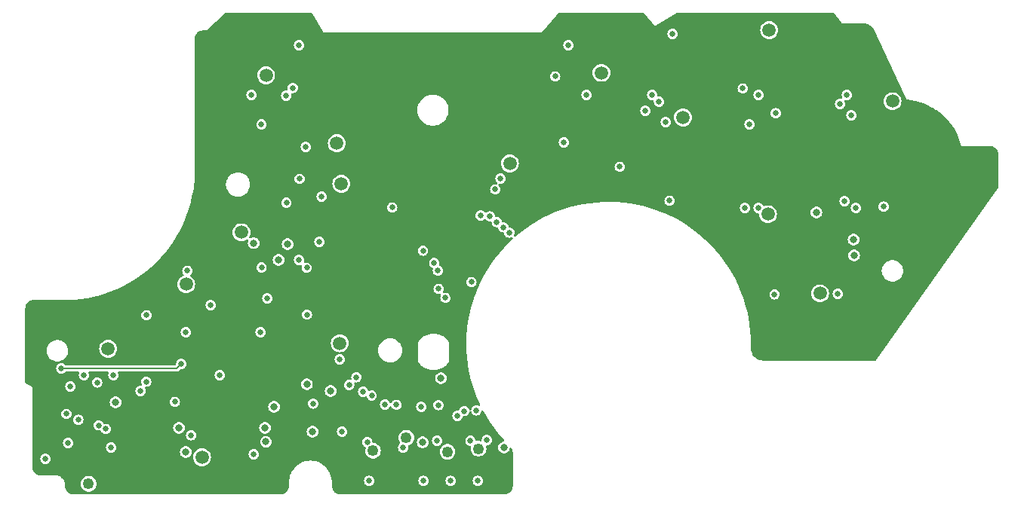
<source format=gbr>
G04 #@! TF.GenerationSoftware,KiCad,Pcbnew,7.0.2*
G04 #@! TF.CreationDate,2023-06-06T21:42:25-07:00*
G04 #@! TF.ProjectId,procon_gcc_button_board,70726f63-6f6e-45f6-9763-635f62757474,rev?*
G04 #@! TF.SameCoordinates,Original*
G04 #@! TF.FileFunction,Copper,L3,Inr*
G04 #@! TF.FilePolarity,Positive*
%FSLAX46Y46*%
G04 Gerber Fmt 4.6, Leading zero omitted, Abs format (unit mm)*
G04 Created by KiCad (PCBNEW 7.0.2) date 2023-06-06 21:42:25*
%MOMM*%
%LPD*%
G01*
G04 APERTURE LIST*
G04 #@! TA.AperFunction,ViaPad*
%ADD10C,0.800000*%
G04 #@! TD*
G04 #@! TA.AperFunction,ViaPad*
%ADD11C,0.650000*%
G04 #@! TD*
G04 #@! TA.AperFunction,ViaPad*
%ADD12C,1.500000*%
G04 #@! TD*
G04 #@! TA.AperFunction,ViaPad*
%ADD13C,1.250000*%
G04 #@! TD*
G04 #@! TA.AperFunction,Conductor*
%ADD14C,0.200000*%
G04 #@! TD*
G04 APERTURE END LIST*
D10*
X126562720Y-138605612D03*
D11*
X99384720Y-162735612D03*
X181334234Y-123893767D03*
X122498720Y-121841612D03*
D10*
X141710917Y-160887606D03*
D11*
X106750720Y-161465612D03*
X118942720Y-153337612D03*
X169418000Y-133731000D03*
D10*
X107258720Y-156385612D03*
X124125528Y-160812249D03*
D11*
X115132720Y-148511612D03*
D10*
X125038720Y-156893612D03*
X185894937Y-135051757D03*
X190125683Y-139881547D03*
X190062720Y-138097612D03*
D11*
X113919000Y-156337000D03*
D10*
X131388720Y-155115612D03*
D11*
X117926720Y-145463612D03*
X130372720Y-133271612D03*
X160090720Y-121841612D03*
D10*
X129356720Y-159687612D03*
X115132720Y-161973612D03*
D11*
X149860000Y-132461000D03*
D10*
X150842087Y-161464691D03*
D11*
X181198902Y-144250066D03*
X147193000Y-142875000D03*
X123514720Y-148511612D03*
X163830000Y-129921000D03*
D10*
X125546720Y-140383612D03*
X143764000Y-153670000D03*
D11*
X193432979Y-134393539D03*
D10*
X122755581Y-138503280D03*
D11*
X138303000Y-134493000D03*
X100946952Y-161373173D03*
X115640720Y-153591612D03*
X121990720Y-156131612D03*
X185236720Y-145717612D03*
X125800720Y-153083612D03*
X125726872Y-123395697D03*
X155693975Y-134493000D03*
X173579679Y-135300648D03*
X163392720Y-123063000D03*
X197174720Y-135557612D03*
X121482720Y-146225612D03*
X185236720Y-124889612D03*
X134239000Y-134620000D03*
X101924720Y-160957612D03*
X114624720Y-152067612D03*
X101162720Y-152575612D03*
X147898720Y-165209612D03*
X101747324Y-157686249D03*
X102178720Y-154607612D03*
X158058720Y-116253612D03*
X157550720Y-127175612D03*
X127832720Y-116253612D03*
D12*
X132070667Y-127270703D03*
D11*
X128594720Y-127683612D03*
X103080657Y-158348830D03*
X144850720Y-165209612D03*
X103702720Y-153337612D03*
D13*
X104227219Y-165552532D03*
D11*
X143009050Y-140716947D03*
D10*
X128727900Y-154353612D03*
D11*
X105199223Y-154153663D03*
X110727900Y-146596924D03*
X115316000Y-141605000D03*
X128736649Y-146524700D03*
D12*
X115189000Y-143129000D03*
D10*
X124022720Y-159253572D03*
D11*
X123638935Y-141228354D03*
X128714653Y-141267635D03*
D10*
X114370720Y-159253572D03*
D11*
X110706298Y-154065640D03*
X105357449Y-158975997D03*
X141802720Y-165209612D03*
X135706720Y-165209612D03*
X106157243Y-159380831D03*
D12*
X186309000Y-144145000D03*
D11*
X188284720Y-144193612D03*
X148228722Y-135386049D03*
X188538720Y-122857612D03*
X130118720Y-138351612D03*
X189046720Y-133779612D03*
X166694720Y-123619612D03*
D13*
X147987385Y-161597812D03*
D11*
X141753211Y-139354258D03*
X144272000Y-144653000D03*
D13*
X136143221Y-161833702D03*
X144500157Y-161945912D03*
D11*
X143425971Y-141587729D03*
X143510000Y-143637000D03*
D13*
X139885396Y-160369374D03*
D11*
X135028817Y-155203798D03*
D12*
X161772602Y-119345941D03*
D11*
X156591000Y-119761000D03*
X148919230Y-160614197D03*
X147736989Y-157287885D03*
D12*
X180594000Y-114554000D03*
D11*
X151434800Y-137312400D03*
X169742720Y-114983612D03*
X135996469Y-155618506D03*
X150438720Y-131239612D03*
D12*
X151511000Y-129540000D03*
D11*
X145612720Y-157909612D03*
D12*
X170924659Y-124371252D03*
D11*
X168980720Y-124889612D03*
X146374376Y-157366877D03*
X150759534Y-136710860D03*
X147074758Y-160698843D03*
X127832720Y-140383612D03*
X129425838Y-156526572D03*
D12*
X121384754Y-137280073D03*
D11*
X143491167Y-156695445D03*
X150030902Y-136134071D03*
X179394720Y-121841612D03*
D12*
X194437000Y-122555000D03*
D11*
X189300720Y-121841612D03*
X168218720Y-122603612D03*
D12*
X116954758Y-162557703D03*
D11*
X143326720Y-160703612D03*
X132658720Y-159687612D03*
D12*
X132416626Y-149752890D03*
D11*
X139515616Y-161471318D03*
X132404720Y-151559612D03*
X127140349Y-121050669D03*
X133468723Y-154436917D03*
X141548720Y-156893612D03*
D12*
X124148000Y-119635612D03*
D11*
X137484720Y-156639612D03*
D12*
X132588000Y-131826000D03*
D11*
X127905066Y-131272542D03*
X134284974Y-153564714D03*
D12*
X180467000Y-135255000D03*
D11*
X149261976Y-135483192D03*
X177634335Y-121110921D03*
X138771393Y-156665823D03*
X179394720Y-134541612D03*
X167456720Y-121841612D03*
X135499804Y-160857483D03*
X110052720Y-155115612D03*
D12*
X106426000Y-150368000D03*
D11*
X122752720Y-162227612D03*
X107004720Y-153337612D03*
X115739662Y-160096670D03*
X124276720Y-144701612D03*
X123629229Y-125152363D03*
X126400528Y-121917191D03*
X126428426Y-133955211D03*
X177870720Y-134541612D03*
X178378720Y-125143612D03*
X189808720Y-124127612D03*
X190316720Y-134541612D03*
D14*
X101162720Y-152575612D02*
X114116720Y-152575612D01*
X114116720Y-152575612D02*
X114624720Y-152067612D01*
G04 #@! TA.AperFunction,Conductor*
G36*
X129286932Y-112616185D02*
G01*
X129326648Y-112657418D01*
X130536808Y-114705380D01*
X130547000Y-114727966D01*
X130547500Y-114728654D01*
X130560454Y-114746484D01*
X130566881Y-114756273D01*
X130571998Y-114764933D01*
X130581240Y-114775093D01*
X130585887Y-114781489D01*
X130595311Y-114788336D01*
X130605995Y-114792963D01*
X130605997Y-114792965D01*
X130613865Y-114793711D01*
X130627316Y-114796500D01*
X130632083Y-114796500D01*
X130637380Y-114796500D01*
X130649094Y-114797054D01*
X130671014Y-114799135D01*
X130671015Y-114799134D01*
X130671854Y-114799214D01*
X130696491Y-114796500D01*
X155040039Y-114796500D01*
X155048820Y-114796810D01*
X155073456Y-114798560D01*
X155077874Y-114795805D01*
X155105159Y-114783098D01*
X155110112Y-114781490D01*
X155124629Y-114761507D01*
X155130024Y-114754609D01*
X156677046Y-112914908D01*
X156907636Y-112640694D01*
X156965849Y-112602053D01*
X157002541Y-112596500D01*
X166442850Y-112596500D01*
X166509889Y-112616185D01*
X166538108Y-112641116D01*
X167435585Y-113718089D01*
X167710995Y-114048581D01*
X167720886Y-114062241D01*
X167730081Y-114076953D01*
X167730082Y-114076953D01*
X167730083Y-114076955D01*
X167741785Y-114081681D01*
X167761399Y-114091715D01*
X167772088Y-114098445D01*
X167772091Y-114098444D01*
X167781238Y-114100758D01*
X167790637Y-114101414D01*
X167790639Y-114101415D01*
X167802884Y-114098360D01*
X167824666Y-114094946D01*
X167837253Y-114094110D01*
X167850580Y-114083003D01*
X167864226Y-114073122D01*
X170196666Y-112615347D01*
X170262386Y-112596500D01*
X187739394Y-112596500D01*
X187806433Y-112616185D01*
X187836616Y-112643533D01*
X188716326Y-113754746D01*
X188719422Y-113758827D01*
X188735887Y-113781489D01*
X188735888Y-113781490D01*
X188737630Y-113782056D01*
X188767991Y-113796743D01*
X188769507Y-113797751D01*
X188769525Y-113797763D01*
X188796662Y-113796640D01*
X188797509Y-113796606D01*
X188802631Y-113796500D01*
X191155671Y-113796500D01*
X191178171Y-113796500D01*
X191187027Y-113796817D01*
X191373144Y-113810143D01*
X191390665Y-113812665D01*
X191568657Y-113851431D01*
X191585648Y-113856426D01*
X191756297Y-113920157D01*
X191772393Y-113927517D01*
X191932228Y-114014914D01*
X191947112Y-114024494D01*
X191997703Y-114062425D01*
X192092850Y-114133763D01*
X192106226Y-114145373D01*
X192234917Y-114274299D01*
X192246501Y-114287694D01*
X192332732Y-114403145D01*
X192355498Y-114433626D01*
X192365057Y-114448538D01*
X192454223Y-114612320D01*
X192458173Y-114620236D01*
X192463658Y-114632288D01*
X195709570Y-121764958D01*
X195939041Y-122269205D01*
X195940645Y-122274303D01*
X195951414Y-122296924D01*
X195956876Y-122308396D01*
X195963119Y-122322114D01*
X195963120Y-122322115D01*
X195967706Y-122332191D01*
X195968833Y-122333514D01*
X195969968Y-122334295D01*
X195991122Y-122352707D01*
X195995915Y-122357943D01*
X195995916Y-122357943D01*
X195998053Y-122359154D01*
X196004261Y-122360880D01*
X196013196Y-122364051D01*
X196013198Y-122364052D01*
X196026382Y-122365099D01*
X196041343Y-122367211D01*
X196059906Y-122370999D01*
X196061778Y-122371381D01*
X196084938Y-122371417D01*
X196135077Y-122377260D01*
X196534169Y-122423772D01*
X196543149Y-122425154D01*
X197027252Y-122518029D01*
X197036098Y-122520065D01*
X197512077Y-122648252D01*
X197520752Y-122650934D01*
X197986024Y-122813735D01*
X197994493Y-122817053D01*
X198374770Y-122982386D01*
X198446521Y-123013581D01*
X198454741Y-123017520D01*
X198891109Y-123246721D01*
X198899017Y-123251253D01*
X199317371Y-123511889D01*
X199324926Y-123516990D01*
X199671225Y-123769847D01*
X199723000Y-123807651D01*
X199730159Y-123813293D01*
X200105805Y-124132409D01*
X200112530Y-124138561D01*
X200463734Y-124484422D01*
X200469988Y-124491052D01*
X200794818Y-124861754D01*
X200800570Y-124868826D01*
X201097304Y-125262405D01*
X201102519Y-125269879D01*
X201117967Y-125293848D01*
X201369537Y-125684187D01*
X201374190Y-125692025D01*
X201610053Y-126124832D01*
X201614117Y-126132990D01*
X201817550Y-126581949D01*
X201821004Y-126590384D01*
X201990904Y-127053063D01*
X201993728Y-127061722D01*
X202109234Y-127465843D01*
X202122726Y-127513046D01*
X202127500Y-127547123D01*
X202127500Y-127548654D01*
X202128262Y-127550999D01*
X202130007Y-127553747D01*
X202136862Y-127566192D01*
X202136863Y-127566193D01*
X202136864Y-127566195D01*
X202144857Y-127574517D01*
X202155739Y-127587522D01*
X202165889Y-127601491D01*
X202168514Y-127603399D01*
X202174170Y-127605037D01*
X202174171Y-127605038D01*
X202196609Y-127611537D01*
X202200390Y-127612700D01*
X202222729Y-127619960D01*
X202225899Y-127620023D01*
X202225902Y-127620024D01*
X202225904Y-127620023D01*
X202226183Y-127620029D01*
X202255257Y-127616500D01*
X205401071Y-127616500D01*
X205421907Y-127616500D01*
X205434061Y-127617097D01*
X205591335Y-127632587D01*
X205615163Y-127637326D01*
X205760544Y-127681427D01*
X205782989Y-127690724D01*
X205916967Y-127762337D01*
X205937174Y-127775839D01*
X206007858Y-127833848D01*
X206054601Y-127872208D01*
X206071791Y-127889398D01*
X206168159Y-128006824D01*
X206181663Y-128027034D01*
X206224199Y-128106613D01*
X206253272Y-128161003D01*
X206262575Y-128183462D01*
X206306671Y-128328830D01*
X206311413Y-128352671D01*
X206326902Y-128509938D01*
X206327499Y-128522092D01*
X206327499Y-132174746D01*
X206307814Y-132241785D01*
X206304803Y-132246255D01*
X192612978Y-151643009D01*
X192558236Y-151686426D01*
X192511674Y-151695500D01*
X179959501Y-151695500D01*
X179959493Y-151695499D01*
X179945059Y-151695499D01*
X179923001Y-151695499D01*
X179913275Y-151695117D01*
X179851227Y-151690235D01*
X179708922Y-151679038D01*
X179689704Y-151675994D01*
X179495146Y-151629288D01*
X179476640Y-151623276D01*
X179291772Y-151546705D01*
X179274435Y-151537871D01*
X179103835Y-151433331D01*
X179088093Y-151421894D01*
X178935936Y-151291943D01*
X178922176Y-151278184D01*
X178914656Y-151269379D01*
X178792226Y-151126035D01*
X178780791Y-151110296D01*
X178726391Y-151021526D01*
X178676239Y-150939687D01*
X178667406Y-150922350D01*
X178590835Y-150737494D01*
X178584822Y-150718989D01*
X178538109Y-150524422D01*
X178535066Y-150505206D01*
X178524267Y-150368000D01*
X178519161Y-150303125D01*
X178518840Y-150289587D01*
X178530572Y-149911377D01*
X178516871Y-149135651D01*
X178465477Y-148361508D01*
X178376511Y-147590779D01*
X178250185Y-146825286D01*
X178086797Y-146066838D01*
X177886733Y-145317230D01*
X177650465Y-144578233D01*
X177527664Y-144250066D01*
X180618435Y-144250066D01*
X180638214Y-144400301D01*
X180672819Y-144483843D01*
X180696204Y-144540299D01*
X180788451Y-144660517D01*
X180908669Y-144752764D01*
X181048666Y-144810753D01*
X181198902Y-144830532D01*
X181349138Y-144810753D01*
X181489135Y-144752764D01*
X181609353Y-144660517D01*
X181701600Y-144540299D01*
X181759589Y-144400302D01*
X181779368Y-144250066D01*
X181765536Y-144144999D01*
X185303659Y-144144999D01*
X185322976Y-144341133D01*
X185380185Y-144529726D01*
X185405360Y-144576825D01*
X185473090Y-144703538D01*
X185598117Y-144855883D01*
X185750462Y-144980910D01*
X185924273Y-145073814D01*
X186112868Y-145131024D01*
X186309000Y-145150341D01*
X186505132Y-145131024D01*
X186693727Y-145073814D01*
X186867538Y-144980910D01*
X187019883Y-144855883D01*
X187144910Y-144703538D01*
X187237814Y-144529727D01*
X187295024Y-144341132D01*
X187309553Y-144193611D01*
X187704253Y-144193611D01*
X187724032Y-144343847D01*
X187782021Y-144483843D01*
X187782022Y-144483845D01*
X187874269Y-144604063D01*
X187994487Y-144696310D01*
X188130778Y-144752764D01*
X188134484Y-144754299D01*
X188284719Y-144774078D01*
X188284719Y-144774077D01*
X188284720Y-144774078D01*
X188434956Y-144754299D01*
X188574953Y-144696310D01*
X188695171Y-144604063D01*
X188787418Y-144483845D01*
X188845407Y-144343848D01*
X188865186Y-144193612D01*
X188858249Y-144140924D01*
X188845407Y-144043376D01*
X188812765Y-143964572D01*
X188787418Y-143903379D01*
X188695171Y-143783161D01*
X188574953Y-143690914D01*
X188574951Y-143690913D01*
X188434955Y-143632924D01*
X188284719Y-143613145D01*
X188134484Y-143632924D01*
X187994488Y-143690913D01*
X187874269Y-143783161D01*
X187782021Y-143903380D01*
X187724032Y-144043376D01*
X187704253Y-144193611D01*
X187309553Y-144193611D01*
X187314341Y-144145000D01*
X187295024Y-143948868D01*
X187237814Y-143760273D01*
X187144910Y-143586462D01*
X187019883Y-143434117D01*
X186867538Y-143309090D01*
X186756493Y-143249735D01*
X186693726Y-143216185D01*
X186505133Y-143158976D01*
X186309000Y-143139659D01*
X186112866Y-143158976D01*
X185924273Y-143216185D01*
X185750463Y-143309089D01*
X185598117Y-143434117D01*
X185473089Y-143586463D01*
X185380185Y-143760273D01*
X185322976Y-143948866D01*
X185303659Y-144144999D01*
X181765536Y-144144999D01*
X181759589Y-144099830D01*
X181701600Y-143959833D01*
X181609353Y-143839615D01*
X181489135Y-143747368D01*
X181489133Y-143747367D01*
X181349137Y-143689378D01*
X181198902Y-143669599D01*
X181048666Y-143689378D01*
X180908670Y-143747367D01*
X180788451Y-143839615D01*
X180696203Y-143959834D01*
X180638214Y-144099830D01*
X180618435Y-144250066D01*
X177527664Y-144250066D01*
X177378554Y-143851595D01*
X177071641Y-143139035D01*
X176730453Y-142442236D01*
X176355796Y-141762846D01*
X176252905Y-141596000D01*
X193222357Y-141596000D01*
X193242885Y-141817537D01*
X193303769Y-142031526D01*
X193402941Y-142230688D01*
X193537019Y-142408237D01*
X193701437Y-142558124D01*
X193890595Y-142675245D01*
X193890597Y-142675245D01*
X193890599Y-142675247D01*
X194098060Y-142755618D01*
X194316757Y-142796500D01*
X194316759Y-142796500D01*
X194539241Y-142796500D01*
X194539243Y-142796500D01*
X194757940Y-142755618D01*
X194965401Y-142675247D01*
X195154562Y-142558124D01*
X195318981Y-142408236D01*
X195453058Y-142230689D01*
X195552229Y-142031528D01*
X195556804Y-142015451D01*
X195595922Y-141877962D01*
X195613115Y-141817536D01*
X195633643Y-141596000D01*
X195613115Y-141374464D01*
X195586523Y-141281004D01*
X195552230Y-141160473D01*
X195453058Y-140961311D01*
X195318980Y-140783762D01*
X195154562Y-140633875D01*
X194965404Y-140516754D01*
X194904174Y-140493033D01*
X194757940Y-140436382D01*
X194539243Y-140395500D01*
X194316757Y-140395500D01*
X194098060Y-140436382D01*
X193890595Y-140516754D01*
X193701437Y-140633875D01*
X193537019Y-140783762D01*
X193402941Y-140961311D01*
X193303769Y-141160473D01*
X193242885Y-141374462D01*
X193222357Y-141596000D01*
X176252905Y-141596000D01*
X175948556Y-141102472D01*
X175509696Y-140462675D01*
X175119377Y-139949082D01*
X175068052Y-139881547D01*
X189470404Y-139881547D01*
X189489446Y-140038365D01*
X189545463Y-140186070D01*
X189635198Y-140316075D01*
X189635199Y-140316076D01*
X189635200Y-140316077D01*
X189753443Y-140420830D01*
X189893318Y-140494243D01*
X190046698Y-140532047D01*
X190204668Y-140532047D01*
X190358048Y-140494243D01*
X190497923Y-140420830D01*
X190616166Y-140316077D01*
X190705903Y-140186070D01*
X190761920Y-140038365D01*
X190780961Y-139881547D01*
X190761920Y-139724729D01*
X190705903Y-139577024D01*
X190616166Y-139447017D01*
X190497923Y-139342264D01*
X190484677Y-139335311D01*
X190358047Y-139268850D01*
X190204668Y-139231047D01*
X190046698Y-139231047D01*
X189893318Y-139268850D01*
X189753444Y-139342263D01*
X189635198Y-139447018D01*
X189545463Y-139577023D01*
X189489446Y-139724728D01*
X189470404Y-139881547D01*
X175068052Y-139881547D01*
X175041172Y-139846177D01*
X175041168Y-139846172D01*
X175040253Y-139844968D01*
X175039284Y-139843814D01*
X175039272Y-139843799D01*
X174542310Y-139251969D01*
X174542300Y-139251958D01*
X174541338Y-139250812D01*
X174014130Y-138681611D01*
X174013078Y-138680581D01*
X174013060Y-138680562D01*
X173460956Y-138139770D01*
X173459875Y-138138711D01*
X173448666Y-138128753D01*
X173413614Y-138097612D01*
X189407441Y-138097612D01*
X189426483Y-138254430D01*
X189482500Y-138402135D01*
X189572235Y-138532140D01*
X189572236Y-138532141D01*
X189572237Y-138532142D01*
X189690480Y-138636895D01*
X189830355Y-138710308D01*
X189983735Y-138748112D01*
X190141705Y-138748112D01*
X190295085Y-138710308D01*
X190434960Y-138636895D01*
X190553203Y-138532142D01*
X190642940Y-138402135D01*
X190698957Y-138254430D01*
X190717998Y-138097612D01*
X190698957Y-137940794D01*
X190642940Y-137793089D01*
X190553203Y-137663082D01*
X190434960Y-137558329D01*
X190381373Y-137530204D01*
X190295084Y-137484915D01*
X190141705Y-137447112D01*
X189983735Y-137447112D01*
X189830355Y-137484915D01*
X189690481Y-137558328D01*
X189572235Y-137663083D01*
X189482500Y-137793088D01*
X189426483Y-137940793D01*
X189407441Y-138097612D01*
X173413614Y-138097612D01*
X173237102Y-137940793D01*
X173208719Y-137915577D01*
X173208617Y-137915413D01*
X173150476Y-137863741D01*
X172876064Y-137619862D01*
X172697389Y-137476206D01*
X172264472Y-137128138D01*
X172264464Y-137128131D01*
X172263295Y-137127192D01*
X171626999Y-136665307D01*
X171466734Y-136560624D01*
X170969994Y-136236160D01*
X170969979Y-136236151D01*
X170968721Y-136235329D01*
X170290060Y-135838303D01*
X169613973Y-135486287D01*
X169594024Y-135475900D01*
X169594020Y-135475898D01*
X169592664Y-135475192D01*
X169398681Y-135386049D01*
X168879620Y-135147519D01*
X168879615Y-135147516D01*
X168878227Y-135146879D01*
X168148484Y-134854160D01*
X168147074Y-134853673D01*
X168147051Y-134853665D01*
X167406642Y-134598242D01*
X167406615Y-134598233D01*
X167405205Y-134597747D01*
X167403786Y-134597334D01*
X167403753Y-134597324D01*
X167212106Y-134541611D01*
X177290253Y-134541611D01*
X177310032Y-134691847D01*
X177368021Y-134831843D01*
X177368022Y-134831845D01*
X177460269Y-134952063D01*
X177580487Y-135044310D01*
X177720484Y-135102299D01*
X177870720Y-135122078D01*
X178020956Y-135102299D01*
X178160953Y-135044310D01*
X178281171Y-134952063D01*
X178373418Y-134831845D01*
X178431407Y-134691848D01*
X178451186Y-134541612D01*
X178814253Y-134541612D01*
X178834032Y-134691847D01*
X178892021Y-134831843D01*
X178892022Y-134831845D01*
X178984269Y-134952063D01*
X179104487Y-135044310D01*
X179244484Y-135102299D01*
X179354745Y-135116815D01*
X179418642Y-135145081D01*
X179457113Y-135203406D01*
X179461963Y-135251903D01*
X179461658Y-135254995D01*
X179480976Y-135451133D01*
X179538185Y-135639726D01*
X179549112Y-135660169D01*
X179631090Y-135813538D01*
X179756117Y-135965883D01*
X179908462Y-136090910D01*
X180082273Y-136183814D01*
X180270868Y-136241024D01*
X180467000Y-136260341D01*
X180663132Y-136241024D01*
X180851727Y-136183814D01*
X181025538Y-136090910D01*
X181177883Y-135965883D01*
X181302910Y-135813538D01*
X181395814Y-135639727D01*
X181453024Y-135451132D01*
X181472341Y-135255000D01*
X181453024Y-135058868D01*
X181450867Y-135051757D01*
X185239658Y-135051757D01*
X185258700Y-135208575D01*
X185314717Y-135356280D01*
X185404452Y-135486285D01*
X185404453Y-135486286D01*
X185404454Y-135486287D01*
X185522697Y-135591040D01*
X185662572Y-135664453D01*
X185815952Y-135702257D01*
X185973922Y-135702257D01*
X186127302Y-135664453D01*
X186267177Y-135591040D01*
X186385420Y-135486287D01*
X186475157Y-135356280D01*
X186531174Y-135208575D01*
X186550215Y-135051757D01*
X186531174Y-134894939D01*
X186475157Y-134747234D01*
X186385420Y-134617227D01*
X186300066Y-134541611D01*
X189736253Y-134541611D01*
X189756032Y-134691847D01*
X189814021Y-134831843D01*
X189814022Y-134831845D01*
X189906269Y-134952063D01*
X190026487Y-135044310D01*
X190100502Y-135074968D01*
X190166484Y-135102299D01*
X190316719Y-135122078D01*
X190316719Y-135122077D01*
X190316720Y-135122078D01*
X190466956Y-135102299D01*
X190606953Y-135044310D01*
X190727171Y-134952063D01*
X190819418Y-134831845D01*
X190877407Y-134691848D01*
X190897186Y-134541612D01*
X190890133Y-134488043D01*
X190877692Y-134393538D01*
X192852512Y-134393538D01*
X192872291Y-134543774D01*
X192894648Y-134597747D01*
X192930281Y-134683772D01*
X193022528Y-134803990D01*
X193142746Y-134896237D01*
X193282743Y-134954226D01*
X193432979Y-134974005D01*
X193583215Y-134954226D01*
X193723212Y-134896237D01*
X193843430Y-134803990D01*
X193935677Y-134683772D01*
X193993666Y-134543775D01*
X194013445Y-134393539D01*
X194011489Y-134378685D01*
X193993666Y-134243303D01*
X193974316Y-134196589D01*
X193935677Y-134103306D01*
X193843430Y-133983088D01*
X193723212Y-133890841D01*
X193700024Y-133881236D01*
X193583214Y-133832851D01*
X193432979Y-133813072D01*
X193282743Y-133832851D01*
X193142747Y-133890840D01*
X193022528Y-133983088D01*
X192930280Y-134103307D01*
X192872291Y-134243303D01*
X192852512Y-134393538D01*
X190877692Y-134393538D01*
X190877407Y-134391376D01*
X190836114Y-134291687D01*
X190819418Y-134251379D01*
X190727171Y-134131161D01*
X190606953Y-134038914D01*
X190564263Y-134021231D01*
X190466955Y-133980924D01*
X190316720Y-133961145D01*
X190166484Y-133980924D01*
X190026488Y-134038913D01*
X189906269Y-134131161D01*
X189814021Y-134251380D01*
X189756032Y-134391376D01*
X189736253Y-134541611D01*
X186300066Y-134541611D01*
X186267177Y-134512474D01*
X186218969Y-134487172D01*
X186127301Y-134439060D01*
X185973922Y-134401257D01*
X185815952Y-134401257D01*
X185662572Y-134439060D01*
X185522698Y-134512473D01*
X185404452Y-134617228D01*
X185314717Y-134747233D01*
X185258700Y-134894938D01*
X185239658Y-135051757D01*
X181450867Y-135051757D01*
X181395814Y-134870273D01*
X181302910Y-134696462D01*
X181177883Y-134544117D01*
X181025538Y-134419090D01*
X180978271Y-134393825D01*
X180851726Y-134326185D01*
X180663133Y-134268976D01*
X180549171Y-134257752D01*
X180467000Y-134249659D01*
X180466999Y-134249659D01*
X180270866Y-134268976D01*
X180082274Y-134326185D01*
X180079439Y-134327700D01*
X180076951Y-134329030D01*
X180008550Y-134343271D01*
X179943306Y-134318270D01*
X179903940Y-134267124D01*
X179897418Y-134251380D01*
X179897418Y-134251379D01*
X179805171Y-134131161D01*
X179684953Y-134038914D01*
X179642263Y-134021231D01*
X179544955Y-133980924D01*
X179394719Y-133961145D01*
X179244484Y-133980924D01*
X179104488Y-134038913D01*
X178984269Y-134131161D01*
X178892021Y-134251380D01*
X178834032Y-134391376D01*
X178814253Y-134541612D01*
X178451186Y-134541612D01*
X178431407Y-134391376D01*
X178373418Y-134251379D01*
X178281171Y-134131161D01*
X178160953Y-134038914D01*
X178118263Y-134021231D01*
X178020955Y-133980924D01*
X177870719Y-133961145D01*
X177720484Y-133980924D01*
X177580488Y-134038913D01*
X177460269Y-134131161D01*
X177368021Y-134251380D01*
X177310032Y-134391376D01*
X177290253Y-134541611D01*
X167212106Y-134541611D01*
X166651658Y-134378685D01*
X166651641Y-134378680D01*
X166650198Y-134378261D01*
X166648722Y-134377909D01*
X166648704Y-134377905D01*
X165886776Y-134196589D01*
X165886750Y-134196583D01*
X165885294Y-134196237D01*
X165883808Y-134195960D01*
X165883799Y-134195958D01*
X165113845Y-134052393D01*
X165113829Y-134052390D01*
X165112352Y-134052115D01*
X165110851Y-134051911D01*
X164334778Y-133946454D01*
X164334747Y-133946450D01*
X164333249Y-133946247D01*
X164331714Y-133946115D01*
X164331705Y-133946114D01*
X163551415Y-133879021D01*
X163551401Y-133879020D01*
X163549876Y-133878889D01*
X163548340Y-133878832D01*
X163548325Y-133878832D01*
X162765668Y-133850260D01*
X162765630Y-133850259D01*
X162764136Y-133850205D01*
X162762633Y-133850224D01*
X162762614Y-133850224D01*
X161979464Y-133860244D01*
X161979445Y-133860244D01*
X161977937Y-133860264D01*
X161976412Y-133860358D01*
X161976406Y-133860359D01*
X161194701Y-133908947D01*
X161194662Y-133908950D01*
X161193188Y-133909042D01*
X161191691Y-133909209D01*
X161191684Y-133909210D01*
X160413335Y-133996247D01*
X160413303Y-133996251D01*
X160411795Y-133996420D01*
X160410287Y-133996664D01*
X160410253Y-133996669D01*
X159637166Y-134121942D01*
X159637159Y-134121943D01*
X159635655Y-134122187D01*
X159634209Y-134122494D01*
X159634172Y-134122502D01*
X158884145Y-134282310D01*
X158866653Y-134286037D01*
X158865189Y-134286425D01*
X158865148Y-134286435D01*
X158108164Y-134487172D01*
X158108149Y-134487176D01*
X158106657Y-134487572D01*
X158105210Y-134488032D01*
X158105176Y-134488043D01*
X157358979Y-134725834D01*
X157358960Y-134725840D01*
X157357512Y-134726302D01*
X157356086Y-134726834D01*
X157356069Y-134726841D01*
X156622458Y-135001117D01*
X156622419Y-135001132D01*
X156621038Y-135001649D01*
X156619692Y-135002229D01*
X156619648Y-135002247D01*
X155900416Y-135312340D01*
X155900382Y-135312355D01*
X155899022Y-135312942D01*
X155897690Y-135313595D01*
X155897655Y-135313612D01*
X155194602Y-135658747D01*
X155194567Y-135658764D01*
X155193219Y-135659427D01*
X155191891Y-135660161D01*
X155191878Y-135660169D01*
X154506677Y-136039521D01*
X154506666Y-136039527D01*
X154505341Y-136040261D01*
X154504045Y-136041064D01*
X154504032Y-136041072D01*
X153838350Y-136453721D01*
X153838322Y-136453739D01*
X153837061Y-136454521D01*
X153835848Y-136455357D01*
X153835821Y-136455376D01*
X153191247Y-136900338D01*
X153191234Y-136900347D01*
X153189999Y-136901200D01*
X153188783Y-136902130D01*
X153188779Y-136902134D01*
X152566962Y-137378268D01*
X152566940Y-137378285D01*
X152565729Y-137379213D01*
X152564570Y-137380194D01*
X152564551Y-137380210D01*
X152131109Y-137747348D01*
X152067231Y-137775657D01*
X151998189Y-137764938D01*
X151945902Y-137718593D01*
X151926972Y-137651336D01*
X151936403Y-137605276D01*
X151986258Y-137484916D01*
X151995487Y-137462636D01*
X152015266Y-137312400D01*
X151995487Y-137162164D01*
X151937498Y-137022167D01*
X151845251Y-136901949D01*
X151725033Y-136809702D01*
X151725031Y-136809701D01*
X151585035Y-136751712D01*
X151435485Y-136732024D01*
X151371588Y-136703757D01*
X151333117Y-136645433D01*
X151328732Y-136625277D01*
X151320221Y-136560624D01*
X151262232Y-136420627D01*
X151169985Y-136300409D01*
X151049767Y-136208162D01*
X151049765Y-136208161D01*
X150909769Y-136150172D01*
X150759532Y-136130393D01*
X150736354Y-136133445D01*
X150667319Y-136122679D01*
X150615064Y-136076298D01*
X150597231Y-136026691D01*
X150596604Y-136021930D01*
X150591589Y-135983835D01*
X150533600Y-135843838D01*
X150441353Y-135723620D01*
X150321135Y-135631373D01*
X150321133Y-135631372D01*
X150181137Y-135573383D01*
X150030900Y-135553604D01*
X149977702Y-135560608D01*
X149908667Y-135549842D01*
X149856412Y-135503462D01*
X149838579Y-135453856D01*
X149822663Y-135332956D01*
X149764674Y-135192959D01*
X149672427Y-135072741D01*
X149552209Y-134980494D01*
X149552207Y-134980493D01*
X149412211Y-134922504D01*
X149261976Y-134902725D01*
X149111740Y-134922504D01*
X148971742Y-134980494D01*
X148863160Y-135063812D01*
X148797991Y-135089006D01*
X148729546Y-135074968D01*
X148689298Y-135040922D01*
X148639174Y-134975599D01*
X148637097Y-134974005D01*
X148518955Y-134883351D01*
X148518953Y-134883350D01*
X148378957Y-134825361D01*
X148228721Y-134805582D01*
X148078486Y-134825361D01*
X147938490Y-134883350D01*
X147818271Y-134975598D01*
X147726023Y-135095817D01*
X147668034Y-135235813D01*
X147648255Y-135386049D01*
X147668034Y-135536284D01*
X147719042Y-135659427D01*
X147726024Y-135676282D01*
X147818271Y-135796500D01*
X147938489Y-135888747D01*
X148078486Y-135946736D01*
X148228721Y-135966515D01*
X148228721Y-135966514D01*
X148228722Y-135966515D01*
X148378958Y-135946736D01*
X148518955Y-135888747D01*
X148627537Y-135805428D01*
X148692705Y-135780234D01*
X148761150Y-135794272D01*
X148801399Y-135828318D01*
X148824440Y-135858346D01*
X148851525Y-135893643D01*
X148971743Y-135985890D01*
X149058751Y-136021930D01*
X149111740Y-136043879D01*
X149261975Y-136063658D01*
X149261975Y-136063657D01*
X149261976Y-136063658D01*
X149315174Y-136056654D01*
X149384208Y-136067419D01*
X149436464Y-136113799D01*
X149454298Y-136163407D01*
X149470215Y-136284307D01*
X149528204Y-136424304D01*
X149620451Y-136544522D01*
X149740669Y-136636769D01*
X149880666Y-136694758D01*
X150030902Y-136714537D01*
X150054080Y-136711485D01*
X150123113Y-136722250D01*
X150175370Y-136768629D01*
X150193204Y-136818237D01*
X150198847Y-136861096D01*
X150256836Y-137001093D01*
X150349083Y-137121311D01*
X150469301Y-137213558D01*
X150609298Y-137271547D01*
X150758850Y-137291235D01*
X150822745Y-137319501D01*
X150861216Y-137377825D01*
X150865602Y-137397989D01*
X150874112Y-137462635D01*
X150932101Y-137602631D01*
X150932102Y-137602633D01*
X151024349Y-137722851D01*
X151144567Y-137815098D01*
X151226206Y-137848914D01*
X151284564Y-137873087D01*
X151434799Y-137892866D01*
X151434799Y-137892865D01*
X151434800Y-137892866D01*
X151585036Y-137873087D01*
X151665070Y-137839935D01*
X151734536Y-137832467D01*
X151797015Y-137863741D01*
X151832668Y-137923830D01*
X151830175Y-137993655D01*
X151797229Y-138045053D01*
X151415501Y-138402135D01*
X151391565Y-138424526D01*
X151390508Y-138425616D01*
X151390496Y-138425629D01*
X150845596Y-138988178D01*
X150845572Y-138988203D01*
X150844523Y-138989287D01*
X150843516Y-138990434D01*
X150843501Y-138990451D01*
X150326985Y-139579150D01*
X150326955Y-139579185D01*
X150325967Y-139580312D01*
X150325018Y-139581506D01*
X150325011Y-139581516D01*
X149838104Y-140194972D01*
X149838086Y-140194994D01*
X149837158Y-140196165D01*
X149836298Y-140197365D01*
X149836275Y-140197396D01*
X149380167Y-140834113D01*
X149380151Y-140834135D01*
X149379281Y-140835351D01*
X149378474Y-140836603D01*
X149378454Y-140836633D01*
X148954284Y-141495021D01*
X148954273Y-141495038D01*
X148953449Y-141496318D01*
X148952700Y-141497616D01*
X148952678Y-141497653D01*
X148561455Y-142176142D01*
X148561445Y-142176159D01*
X148560695Y-142177461D01*
X148560015Y-142178786D01*
X148560001Y-142178813D01*
X148202661Y-142875784D01*
X148202652Y-142875801D01*
X148201974Y-142877125D01*
X148201366Y-142878468D01*
X148201355Y-142878493D01*
X147879182Y-143591343D01*
X147878157Y-143593611D01*
X147877612Y-143594993D01*
X147877603Y-143595016D01*
X147590586Y-144323766D01*
X147590574Y-144323798D01*
X147590030Y-144325180D01*
X147589559Y-144326571D01*
X147589546Y-144326609D01*
X147345715Y-145048093D01*
X147338293Y-145070055D01*
X147337879Y-145071511D01*
X147337875Y-145071526D01*
X147136713Y-145780083D01*
X147123556Y-145826427D01*
X147123218Y-145827885D01*
X147123211Y-145827915D01*
X146946692Y-146590948D01*
X146946687Y-146590969D01*
X146946343Y-146592459D01*
X146946078Y-146593927D01*
X146946071Y-146593965D01*
X146807349Y-147364803D01*
X146807344Y-147364833D01*
X146807082Y-147366291D01*
X146806890Y-147367767D01*
X146806885Y-147367805D01*
X146723869Y-148008913D01*
X146706112Y-148146045D01*
X146705989Y-148147577D01*
X146705988Y-148147596D01*
X146652599Y-148817831D01*
X146643678Y-148929826D01*
X146643633Y-148931311D01*
X146643631Y-148931350D01*
X146619978Y-149714188D01*
X146619977Y-149714211D01*
X146619932Y-149715730D01*
X146619961Y-149717254D01*
X146619961Y-149717272D01*
X146632378Y-150368000D01*
X146634932Y-150501851D01*
X146635036Y-150503381D01*
X146635038Y-150503409D01*
X146688535Y-151284752D01*
X146688536Y-151284772D01*
X146688640Y-151286278D01*
X146688817Y-151287780D01*
X146688818Y-151287785D01*
X146780749Y-152065598D01*
X146780753Y-152065628D01*
X146780928Y-152067106D01*
X146781181Y-152068610D01*
X146781182Y-152068614D01*
X146910301Y-152834914D01*
X146911570Y-152842440D01*
X146911887Y-152843884D01*
X146911893Y-152843914D01*
X147058896Y-153513181D01*
X147080249Y-153610397D01*
X147080643Y-153611848D01*
X147080647Y-153611862D01*
X147282956Y-154355873D01*
X147286556Y-154369112D01*
X147287031Y-154370573D01*
X147287035Y-154370584D01*
X147516952Y-155076704D01*
X147529989Y-155116741D01*
X147530538Y-155118181D01*
X147807998Y-155846329D01*
X147809958Y-155851471D01*
X147810560Y-155852845D01*
X147810566Y-155852858D01*
X147959648Y-156192747D01*
X148125783Y-156571516D01*
X148126450Y-156572855D01*
X148126470Y-156572896D01*
X148137710Y-156595433D01*
X148150014Y-156664211D01*
X148123180Y-156728722D01*
X148065728Y-156768485D01*
X147995899Y-156770874D01*
X147979291Y-156765333D01*
X147887224Y-156727197D01*
X147736989Y-156707418D01*
X147586753Y-156727197D01*
X147446757Y-156785186D01*
X147326538Y-156877434D01*
X147234290Y-156997653D01*
X147176302Y-157137649D01*
X147170632Y-157180714D01*
X147142365Y-157244610D01*
X147084040Y-157283080D01*
X147014175Y-157283911D01*
X146954952Y-157246838D01*
X146933132Y-157211980D01*
X146928294Y-157200299D01*
X146877074Y-157076644D01*
X146784827Y-156956426D01*
X146664609Y-156864179D01*
X146664607Y-156864178D01*
X146524611Y-156806189D01*
X146374376Y-156786410D01*
X146224140Y-156806189D01*
X146084144Y-156864178D01*
X145963925Y-156956426D01*
X145871677Y-157076645D01*
X145821354Y-157198135D01*
X145813689Y-157216641D01*
X145813237Y-157220078D01*
X145811891Y-157230298D01*
X145783624Y-157294195D01*
X145725299Y-157332665D01*
X145672767Y-157337051D01*
X145612720Y-157329145D01*
X145462484Y-157348924D01*
X145322488Y-157406913D01*
X145202269Y-157499161D01*
X145110021Y-157619380D01*
X145052032Y-157759376D01*
X145032253Y-157909611D01*
X145052032Y-158059847D01*
X145105508Y-158188947D01*
X145110022Y-158199845D01*
X145202269Y-158320063D01*
X145322487Y-158412310D01*
X145462484Y-158470299D01*
X145612720Y-158490078D01*
X145762956Y-158470299D01*
X145902953Y-158412310D01*
X146023171Y-158320063D01*
X146115418Y-158199845D01*
X146173407Y-158059848D01*
X146175205Y-158046189D01*
X146203468Y-157982297D01*
X146261792Y-157943824D01*
X146314326Y-157939437D01*
X146374376Y-157947343D01*
X146524612Y-157927564D01*
X146664609Y-157869575D01*
X146784827Y-157777328D01*
X146877074Y-157657110D01*
X146935063Y-157517113D01*
X146940732Y-157474048D01*
X146968998Y-157410153D01*
X147027322Y-157371681D01*
X147097187Y-157370849D01*
X147156410Y-157407921D01*
X147178232Y-157442781D01*
X147234291Y-157578118D01*
X147326538Y-157698336D01*
X147446756Y-157790583D01*
X147586753Y-157848572D01*
X147736989Y-157868351D01*
X147887225Y-157848572D01*
X148027222Y-157790583D01*
X148147440Y-157698336D01*
X148239687Y-157578118D01*
X148297676Y-157438121D01*
X148300433Y-157417177D01*
X148328699Y-157353281D01*
X148387023Y-157314809D01*
X148456888Y-157313977D01*
X148516111Y-157351049D01*
X148531476Y-157372621D01*
X148861094Y-157959260D01*
X148861105Y-157959279D01*
X148861847Y-157960599D01*
X148862640Y-157961861D01*
X148862657Y-157961889D01*
X149135254Y-158395530D01*
X149280298Y-158626263D01*
X149281169Y-158627508D01*
X149281179Y-158627523D01*
X149730168Y-159269267D01*
X149730178Y-159269281D01*
X149731034Y-159270504D01*
X149731949Y-159271684D01*
X149731956Y-159271693D01*
X150206576Y-159883529D01*
X150212961Y-159891759D01*
X150478178Y-160200913D01*
X150660448Y-160413379D01*
X150724908Y-160488517D01*
X150725949Y-160489616D01*
X150725950Y-160489617D01*
X150835718Y-160605493D01*
X150867531Y-160667700D01*
X150860663Y-160737231D01*
X150817293Y-160792012D01*
X150775370Y-160811167D01*
X150609723Y-160851994D01*
X150469848Y-160925407D01*
X150351602Y-161030162D01*
X150261867Y-161160167D01*
X150205850Y-161307872D01*
X150186808Y-161464691D01*
X150205850Y-161621509D01*
X150261867Y-161769214D01*
X150351602Y-161899219D01*
X150351603Y-161899220D01*
X150351604Y-161899221D01*
X150469847Y-162003974D01*
X150609722Y-162077387D01*
X150763102Y-162115191D01*
X150921072Y-162115191D01*
X151074452Y-162077387D01*
X151214327Y-162003974D01*
X151332570Y-161899221D01*
X151422307Y-161769214D01*
X151478324Y-161621509D01*
X151482000Y-161591226D01*
X151509621Y-161527051D01*
X151567554Y-161487994D01*
X151637407Y-161486458D01*
X151697001Y-161522931D01*
X151709798Y-161539739D01*
X151714365Y-161546938D01*
X151717807Y-161552362D01*
X151718574Y-161553570D01*
X151727897Y-161571278D01*
X151777041Y-161686279D01*
X151783393Y-161705251D01*
X151813403Y-161826661D01*
X151816621Y-161846408D01*
X151827095Y-161975752D01*
X151827500Y-161985760D01*
X151827500Y-165789907D01*
X151826903Y-165802062D01*
X151811413Y-165959329D01*
X151806671Y-165983169D01*
X151762575Y-166128537D01*
X151753272Y-166150996D01*
X151681663Y-166284965D01*
X151668159Y-166305175D01*
X151571791Y-166422601D01*
X151554601Y-166439791D01*
X151437175Y-166536159D01*
X151416965Y-166549663D01*
X151282996Y-166621272D01*
X151260537Y-166630575D01*
X151115169Y-166674671D01*
X151091329Y-166679413D01*
X150975425Y-166690828D01*
X150934060Y-166694903D01*
X150921907Y-166695500D01*
X132434093Y-166695500D01*
X132421939Y-166694903D01*
X132264671Y-166679413D01*
X132240830Y-166674671D01*
X132095462Y-166630575D01*
X132073005Y-166621273D01*
X131939035Y-166549663D01*
X131918824Y-166536159D01*
X131801398Y-166439791D01*
X131784208Y-166422601D01*
X131687840Y-166305175D01*
X131674336Y-166284965D01*
X131662525Y-166262868D01*
X131602724Y-166150989D01*
X131593427Y-166128544D01*
X131549326Y-165983163D01*
X131544587Y-165959335D01*
X131529097Y-165802061D01*
X131528500Y-165789907D01*
X131528500Y-165209611D01*
X135126253Y-165209611D01*
X135146032Y-165359847D01*
X135204021Y-165499843D01*
X135204022Y-165499845D01*
X135296269Y-165620063D01*
X135416487Y-165712310D01*
X135553517Y-165769070D01*
X135556484Y-165770299D01*
X135706719Y-165790078D01*
X135706719Y-165790077D01*
X135706720Y-165790078D01*
X135856956Y-165770299D01*
X135996953Y-165712310D01*
X136117171Y-165620063D01*
X136209418Y-165499845D01*
X136267407Y-165359848D01*
X136287186Y-165209612D01*
X136287186Y-165209611D01*
X141222253Y-165209611D01*
X141242032Y-165359847D01*
X141300021Y-165499843D01*
X141300022Y-165499845D01*
X141392269Y-165620063D01*
X141512487Y-165712310D01*
X141652484Y-165770299D01*
X141802720Y-165790078D01*
X141952956Y-165770299D01*
X142092953Y-165712310D01*
X142213171Y-165620063D01*
X142305418Y-165499845D01*
X142363407Y-165359848D01*
X142383186Y-165209612D01*
X144270253Y-165209612D01*
X144290032Y-165359847D01*
X144348021Y-165499843D01*
X144348022Y-165499845D01*
X144440269Y-165620063D01*
X144560487Y-165712310D01*
X144700484Y-165770299D01*
X144850720Y-165790078D01*
X145000956Y-165770299D01*
X145140953Y-165712310D01*
X145261171Y-165620063D01*
X145353418Y-165499845D01*
X145411407Y-165359848D01*
X145431186Y-165209612D01*
X145431186Y-165209611D01*
X147318253Y-165209611D01*
X147338032Y-165359847D01*
X147396021Y-165499843D01*
X147396022Y-165499845D01*
X147488269Y-165620063D01*
X147608487Y-165712310D01*
X147748484Y-165770299D01*
X147898720Y-165790078D01*
X148048956Y-165770299D01*
X148188953Y-165712310D01*
X148309171Y-165620063D01*
X148401418Y-165499845D01*
X148459407Y-165359848D01*
X148479186Y-165209612D01*
X148459407Y-165059376D01*
X148401418Y-164919379D01*
X148309171Y-164799161D01*
X148188953Y-164706914D01*
X148188951Y-164706913D01*
X148048955Y-164648924D01*
X147898720Y-164629145D01*
X147748484Y-164648924D01*
X147608488Y-164706913D01*
X147488269Y-164799161D01*
X147396021Y-164919380D01*
X147338032Y-165059376D01*
X147318253Y-165209611D01*
X145431186Y-165209611D01*
X145411407Y-165059376D01*
X145353418Y-164919379D01*
X145261171Y-164799161D01*
X145140953Y-164706914D01*
X145140951Y-164706913D01*
X145000955Y-164648924D01*
X144850720Y-164629145D01*
X144700484Y-164648924D01*
X144560488Y-164706913D01*
X144440269Y-164799161D01*
X144348021Y-164919380D01*
X144290032Y-165059376D01*
X144270253Y-165209612D01*
X142383186Y-165209612D01*
X142363407Y-165059376D01*
X142305418Y-164919379D01*
X142213171Y-164799161D01*
X142092953Y-164706914D01*
X142092951Y-164706913D01*
X141952955Y-164648924D01*
X141802720Y-164629145D01*
X141652484Y-164648924D01*
X141512488Y-164706913D01*
X141392269Y-164799161D01*
X141300021Y-164919380D01*
X141242032Y-165059376D01*
X141222253Y-165209611D01*
X136287186Y-165209611D01*
X136267407Y-165059376D01*
X136209418Y-164919379D01*
X136117171Y-164799161D01*
X135996953Y-164706914D01*
X135996951Y-164706913D01*
X135856955Y-164648924D01*
X135706719Y-164629145D01*
X135556484Y-164648924D01*
X135416488Y-164706913D01*
X135296269Y-164799161D01*
X135204021Y-164919380D01*
X135146032Y-165059376D01*
X135126253Y-165209611D01*
X131528500Y-165209611D01*
X131528500Y-165198866D01*
X131528500Y-165194973D01*
X131490642Y-164895302D01*
X131415525Y-164602738D01*
X131304332Y-164321896D01*
X131158816Y-164057205D01*
X130981274Y-163812838D01*
X130774504Y-163592651D01*
X130646210Y-163486517D01*
X130544770Y-163402598D01*
X130544765Y-163402594D01*
X130541768Y-163400115D01*
X130538480Y-163398028D01*
X130538474Y-163398024D01*
X130290022Y-163240352D01*
X130290017Y-163240349D01*
X130286736Y-163238267D01*
X130013430Y-163109659D01*
X130009727Y-163108455D01*
X130009725Y-163108455D01*
X129729869Y-163017524D01*
X129729867Y-163017523D01*
X129726160Y-163016319D01*
X129722335Y-163015589D01*
X129722330Y-163015588D01*
X129433283Y-162960449D01*
X129433269Y-162960447D01*
X129429457Y-162959720D01*
X129128000Y-162940754D01*
X129124106Y-162940999D01*
X128830436Y-162959475D01*
X128830434Y-162959475D01*
X128826543Y-162959720D01*
X128822732Y-162960446D01*
X128822716Y-162960449D01*
X128533669Y-163015588D01*
X128533660Y-163015590D01*
X128529840Y-163016319D01*
X128526136Y-163017522D01*
X128526130Y-163017524D01*
X128246274Y-163108455D01*
X128246267Y-163108457D01*
X128242570Y-163109659D01*
X128239055Y-163111312D01*
X128239050Y-163111315D01*
X127972782Y-163236611D01*
X127972774Y-163236614D01*
X127969264Y-163238267D01*
X127965988Y-163240345D01*
X127965977Y-163240352D01*
X127717525Y-163398024D01*
X127717511Y-163398033D01*
X127714232Y-163400115D01*
X127711241Y-163402588D01*
X127711229Y-163402598D01*
X127484492Y-163590172D01*
X127484487Y-163590176D01*
X127481496Y-163592651D01*
X127478838Y-163595481D01*
X127478831Y-163595488D01*
X127277394Y-163809996D01*
X127277387Y-163810003D01*
X127274726Y-163812838D01*
X127272440Y-163815983D01*
X127272432Y-163815994D01*
X127099472Y-164054055D01*
X127099467Y-164054061D01*
X127097184Y-164057205D01*
X127095317Y-164060600D01*
X127095310Y-164060612D01*
X126953546Y-164318478D01*
X126953539Y-164318491D01*
X126951668Y-164321896D01*
X126950234Y-164325515D01*
X126950230Y-164325526D01*
X126841911Y-164599109D01*
X126841907Y-164599120D01*
X126840475Y-164602738D01*
X126839506Y-164606511D01*
X126839504Y-164606518D01*
X126786288Y-164813784D01*
X126765358Y-164895302D01*
X126764870Y-164899161D01*
X126764869Y-164899169D01*
X126744252Y-165062367D01*
X126727500Y-165194973D01*
X126727500Y-165198866D01*
X126727500Y-165789907D01*
X126726903Y-165802062D01*
X126711413Y-165959329D01*
X126706671Y-165983169D01*
X126662575Y-166128537D01*
X126653272Y-166150996D01*
X126581663Y-166284965D01*
X126568159Y-166305175D01*
X126471791Y-166422601D01*
X126454601Y-166439791D01*
X126337175Y-166536159D01*
X126316965Y-166549663D01*
X126182996Y-166621272D01*
X126160537Y-166630575D01*
X126015169Y-166674671D01*
X125991329Y-166679413D01*
X125875425Y-166690828D01*
X125834060Y-166694903D01*
X125821907Y-166695500D01*
X102484093Y-166695500D01*
X102471939Y-166694903D01*
X102314671Y-166679413D01*
X102290830Y-166674671D01*
X102145462Y-166630575D01*
X102123005Y-166621273D01*
X101989035Y-166549663D01*
X101968824Y-166536159D01*
X101851398Y-166439791D01*
X101834208Y-166422601D01*
X101737840Y-166305175D01*
X101724336Y-166284965D01*
X101712525Y-166262868D01*
X101652724Y-166150989D01*
X101643427Y-166128544D01*
X101599326Y-165983163D01*
X101594587Y-165959335D01*
X101579097Y-165802061D01*
X101578500Y-165789907D01*
X101578500Y-165599718D01*
X101570180Y-165552532D01*
X101570180Y-165552531D01*
X103346897Y-165552531D01*
X103366134Y-165735562D01*
X103423004Y-165910591D01*
X103515023Y-166069972D01*
X103638169Y-166206740D01*
X103787056Y-166314912D01*
X103955187Y-166389769D01*
X104135199Y-166428032D01*
X104135200Y-166428032D01*
X104319239Y-166428032D01*
X104499250Y-166389769D01*
X104499251Y-166389768D01*
X104499253Y-166389768D01*
X104667380Y-166314913D01*
X104816269Y-166206739D01*
X104939414Y-166069972D01*
X105031433Y-165910591D01*
X105088304Y-165735561D01*
X105107541Y-165552532D01*
X105088304Y-165369503D01*
X105058805Y-165278715D01*
X105031433Y-165194472D01*
X104939414Y-165035091D01*
X104816268Y-164898323D01*
X104667381Y-164790151D01*
X104499250Y-164715294D01*
X104319239Y-164677032D01*
X104319238Y-164677032D01*
X104135200Y-164677032D01*
X104135199Y-164677032D01*
X103955187Y-164715294D01*
X103787056Y-164790151D01*
X103638169Y-164898323D01*
X103515023Y-165035091D01*
X103423004Y-165194472D01*
X103366134Y-165369501D01*
X103346897Y-165552531D01*
X101570180Y-165552531D01*
X101545062Y-165410082D01*
X101479202Y-165229132D01*
X101479202Y-165229131D01*
X101382921Y-165062367D01*
X101287033Y-164948093D01*
X101259144Y-164914856D01*
X101191840Y-164858381D01*
X101111632Y-164791078D01*
X100944868Y-164694797D01*
X100763918Y-164628938D01*
X100574282Y-164595500D01*
X100574281Y-164595500D01*
X100493917Y-164595500D01*
X98834093Y-164595500D01*
X98821939Y-164594903D01*
X98664671Y-164579413D01*
X98640830Y-164574671D01*
X98495462Y-164530575D01*
X98473005Y-164521273D01*
X98339035Y-164449663D01*
X98318824Y-164436159D01*
X98201398Y-164339791D01*
X98184208Y-164322601D01*
X98183629Y-164321896D01*
X98087839Y-164205174D01*
X98074336Y-164184965D01*
X98062525Y-164162868D01*
X98002724Y-164050989D01*
X97993427Y-164028544D01*
X97949326Y-163883163D01*
X97944587Y-163859335D01*
X97929097Y-163702061D01*
X97928500Y-163689907D01*
X97928500Y-162735612D01*
X98804253Y-162735612D01*
X98824032Y-162885847D01*
X98847470Y-162942430D01*
X98882022Y-163025845D01*
X98974269Y-163146063D01*
X99094487Y-163238310D01*
X99234484Y-163296299D01*
X99384719Y-163316078D01*
X99384719Y-163316077D01*
X99384720Y-163316078D01*
X99534956Y-163296299D01*
X99674953Y-163238310D01*
X99795171Y-163146063D01*
X99887418Y-163025845D01*
X99945407Y-162885848D01*
X99965186Y-162735612D01*
X99956671Y-162670938D01*
X99945407Y-162585376D01*
X99933944Y-162557702D01*
X99887418Y-162445379D01*
X99795171Y-162325161D01*
X99674953Y-162232914D01*
X99662151Y-162227611D01*
X99534955Y-162174924D01*
X99384719Y-162155145D01*
X99234484Y-162174924D01*
X99094488Y-162232913D01*
X98974269Y-162325161D01*
X98882021Y-162445380D01*
X98824032Y-162585376D01*
X98804253Y-162735612D01*
X97928500Y-162735612D01*
X97928500Y-160957612D01*
X101344253Y-160957612D01*
X101364032Y-161107847D01*
X101421580Y-161246779D01*
X101422022Y-161247845D01*
X101514269Y-161368063D01*
X101634487Y-161460310D01*
X101774484Y-161518299D01*
X101924720Y-161538078D01*
X102074956Y-161518299D01*
X102202153Y-161465612D01*
X106170253Y-161465612D01*
X106190032Y-161615847D01*
X106233917Y-161721793D01*
X106248022Y-161755845D01*
X106340269Y-161876063D01*
X106460487Y-161968310D01*
X106600484Y-162026299D01*
X106750720Y-162046078D01*
X106900956Y-162026299D01*
X107028153Y-161973612D01*
X114477441Y-161973612D01*
X114496483Y-162130430D01*
X114552500Y-162278135D01*
X114642235Y-162408140D01*
X114642236Y-162408141D01*
X114642237Y-162408142D01*
X114760480Y-162512895D01*
X114900355Y-162586308D01*
X115053735Y-162624112D01*
X115211705Y-162624112D01*
X115365085Y-162586308D01*
X115419588Y-162557702D01*
X115949417Y-162557702D01*
X115968734Y-162753836D01*
X116025943Y-162942429D01*
X116070529Y-163025843D01*
X116118848Y-163116241D01*
X116243875Y-163268586D01*
X116396220Y-163393613D01*
X116570031Y-163486517D01*
X116758626Y-163543727D01*
X116954758Y-163563044D01*
X117150890Y-163543727D01*
X117339485Y-163486517D01*
X117513296Y-163393613D01*
X117665641Y-163268586D01*
X117790668Y-163116241D01*
X117883572Y-162942430D01*
X117940782Y-162753835D01*
X117960099Y-162557703D01*
X117940782Y-162361571D01*
X117900146Y-162227612D01*
X122172253Y-162227612D01*
X122192032Y-162377847D01*
X122250021Y-162517843D01*
X122250022Y-162517845D01*
X122342269Y-162638063D01*
X122462487Y-162730310D01*
X122602484Y-162788299D01*
X122752720Y-162808078D01*
X122902956Y-162788299D01*
X123042953Y-162730310D01*
X123163171Y-162638063D01*
X123255418Y-162517845D01*
X123313407Y-162377848D01*
X123333186Y-162227612D01*
X123326249Y-162174924D01*
X123313407Y-162077376D01*
X123300443Y-162046078D01*
X123255418Y-161937379D01*
X123163171Y-161817161D01*
X123042953Y-161724914D01*
X123042951Y-161724913D01*
X122902955Y-161666924D01*
X122752719Y-161647145D01*
X122602484Y-161666924D01*
X122462488Y-161724913D01*
X122342269Y-161817161D01*
X122250021Y-161937380D01*
X122192032Y-162077376D01*
X122172253Y-162227612D01*
X117900146Y-162227612D01*
X117883572Y-162172976D01*
X117790668Y-161999165D01*
X117665641Y-161846820D01*
X117513296Y-161721793D01*
X117414692Y-161669088D01*
X117339484Y-161628888D01*
X117150891Y-161571679D01*
X117052823Y-161562020D01*
X116954758Y-161552362D01*
X116954757Y-161552362D01*
X116758624Y-161571679D01*
X116570031Y-161628888D01*
X116396221Y-161721792D01*
X116243875Y-161846820D01*
X116118847Y-161999166D01*
X116025943Y-162172976D01*
X115968734Y-162361569D01*
X115949417Y-162557702D01*
X115419588Y-162557702D01*
X115504960Y-162512895D01*
X115623203Y-162408142D01*
X115712940Y-162278135D01*
X115768957Y-162130430D01*
X115787998Y-161973612D01*
X115768957Y-161816794D01*
X115712940Y-161669089D01*
X115639056Y-161562049D01*
X115623204Y-161539083D01*
X115613114Y-161530144D01*
X115504960Y-161434329D01*
X115467715Y-161414781D01*
X115365084Y-161360915D01*
X115211705Y-161323112D01*
X115053735Y-161323112D01*
X114900355Y-161360915D01*
X114760481Y-161434328D01*
X114642235Y-161539083D01*
X114552500Y-161669088D01*
X114496483Y-161816793D01*
X114477441Y-161973612D01*
X107028153Y-161973612D01*
X107040953Y-161968310D01*
X107161171Y-161876063D01*
X107253418Y-161755845D01*
X107311407Y-161615848D01*
X107331186Y-161465612D01*
X107311407Y-161315376D01*
X107253418Y-161175379D01*
X107161171Y-161055161D01*
X107040953Y-160962914D01*
X107040951Y-160962913D01*
X106900955Y-160904924D01*
X106750720Y-160885145D01*
X106600484Y-160904924D01*
X106460488Y-160962913D01*
X106340269Y-161055161D01*
X106248021Y-161175380D01*
X106190032Y-161315376D01*
X106170253Y-161465612D01*
X102202153Y-161465612D01*
X102214953Y-161460310D01*
X102335171Y-161368063D01*
X102427418Y-161247845D01*
X102485407Y-161107848D01*
X102505186Y-160957612D01*
X102486048Y-160812248D01*
X123470249Y-160812248D01*
X123489291Y-160969067D01*
X123545308Y-161116772D01*
X123635043Y-161246777D01*
X123635044Y-161246778D01*
X123635045Y-161246779D01*
X123753288Y-161351532D01*
X123893163Y-161424945D01*
X124046543Y-161462749D01*
X124204513Y-161462749D01*
X124357893Y-161424945D01*
X124497768Y-161351532D01*
X124616011Y-161246779D01*
X124705748Y-161116772D01*
X124761765Y-160969067D01*
X124775314Y-160857483D01*
X134919337Y-160857483D01*
X134939116Y-161007718D01*
X134997105Y-161147714D01*
X134997106Y-161147716D01*
X135089353Y-161267934D01*
X135209571Y-161360181D01*
X135250820Y-161377267D01*
X135305221Y-161421106D01*
X135327287Y-161487400D01*
X135321297Y-161530144D01*
X135291597Y-161621554D01*
X135282136Y-161650673D01*
X135278394Y-161686279D01*
X135264638Y-161817161D01*
X135262899Y-161833702D01*
X135264278Y-161846820D01*
X135282136Y-162016732D01*
X135339006Y-162191761D01*
X135431025Y-162351142D01*
X135554171Y-162487910D01*
X135703058Y-162596082D01*
X135871189Y-162670939D01*
X136051201Y-162709202D01*
X136051202Y-162709202D01*
X136235241Y-162709202D01*
X136415252Y-162670939D01*
X136415253Y-162670938D01*
X136415255Y-162670938D01*
X136583382Y-162596083D01*
X136732271Y-162487909D01*
X136855416Y-162351142D01*
X136947435Y-162191761D01*
X137004306Y-162016731D01*
X137023543Y-161833702D01*
X137004306Y-161650673D01*
X136967731Y-161538106D01*
X136947435Y-161475642D01*
X136944939Y-161471318D01*
X138935149Y-161471318D01*
X138954928Y-161621553D01*
X139010554Y-161755845D01*
X139012918Y-161761551D01*
X139105165Y-161881769D01*
X139225383Y-161974016D01*
X139365380Y-162032005D01*
X139515616Y-162051784D01*
X139665852Y-162032005D01*
X139805849Y-161974016D01*
X139842476Y-161945911D01*
X143619835Y-161945911D01*
X143639072Y-162128942D01*
X143695942Y-162303971D01*
X143787961Y-162463352D01*
X143911107Y-162600120D01*
X144059994Y-162708292D01*
X144059995Y-162708292D01*
X144059996Y-162708293D01*
X144144059Y-162745720D01*
X144228125Y-162783149D01*
X144408137Y-162821412D01*
X144408138Y-162821412D01*
X144592177Y-162821412D01*
X144772188Y-162783149D01*
X144772189Y-162783148D01*
X144772191Y-162783148D01*
X144940318Y-162708293D01*
X145014762Y-162654205D01*
X145089206Y-162600120D01*
X145163287Y-162517845D01*
X145212352Y-162463352D01*
X145304371Y-162303971D01*
X145361242Y-162128941D01*
X145380479Y-161945912D01*
X145361242Y-161762883D01*
X145323636Y-161647145D01*
X145304371Y-161587852D01*
X145212352Y-161428471D01*
X145089206Y-161291703D01*
X144940319Y-161183531D01*
X144772188Y-161108674D01*
X144592177Y-161070412D01*
X144592176Y-161070412D01*
X144408138Y-161070412D01*
X144408137Y-161070412D01*
X144228125Y-161108674D01*
X144059997Y-161183530D01*
X143911106Y-161291704D01*
X143787961Y-161428471D01*
X143695942Y-161587852D01*
X143639072Y-161762881D01*
X143619835Y-161945911D01*
X139842476Y-161945911D01*
X139926067Y-161881769D01*
X140018314Y-161761551D01*
X140076303Y-161621554D01*
X140096082Y-161471318D01*
X140089471Y-161421106D01*
X140078645Y-161338871D01*
X140089411Y-161269836D01*
X140135790Y-161217580D01*
X140151149Y-161209406D01*
X140157427Y-161206610D01*
X140157430Y-161206610D01*
X140325557Y-161131755D01*
X140465388Y-161030162D01*
X140474445Y-161023582D01*
X140596878Y-160887606D01*
X141055638Y-160887606D01*
X141074680Y-161044424D01*
X141130697Y-161192129D01*
X141220432Y-161322134D01*
X141220433Y-161322135D01*
X141220434Y-161322136D01*
X141338677Y-161426889D01*
X141478552Y-161500302D01*
X141631932Y-161538106D01*
X141789902Y-161538106D01*
X141943282Y-161500302D01*
X142083157Y-161426889D01*
X142201400Y-161322136D01*
X142291137Y-161192129D01*
X142347154Y-161044424D01*
X142366195Y-160887606D01*
X142347154Y-160730788D01*
X142336847Y-160703611D01*
X142746253Y-160703611D01*
X142766032Y-160853847D01*
X142824021Y-160993843D01*
X142824022Y-160993845D01*
X142916269Y-161114063D01*
X143036487Y-161206310D01*
X143176484Y-161264299D01*
X143326720Y-161284078D01*
X143476956Y-161264299D01*
X143616953Y-161206310D01*
X143737171Y-161114063D01*
X143829418Y-160993845D01*
X143887407Y-160853848D01*
X143907186Y-160703612D01*
X143906558Y-160698843D01*
X146494291Y-160698843D01*
X146514070Y-160849078D01*
X146561223Y-160962913D01*
X146572060Y-160989076D01*
X146664307Y-161109294D01*
X146784525Y-161201541D01*
X146924522Y-161259530D01*
X147019879Y-161272084D01*
X147083776Y-161300350D01*
X147122247Y-161358675D01*
X147127015Y-161407985D01*
X147126300Y-161414780D01*
X147126300Y-161414783D01*
X147107063Y-161597812D01*
X147112619Y-161650671D01*
X147126300Y-161780842D01*
X147183170Y-161955871D01*
X147275189Y-162115252D01*
X147398335Y-162252020D01*
X147547222Y-162360192D01*
X147715353Y-162435049D01*
X147895365Y-162473312D01*
X147895366Y-162473312D01*
X148079405Y-162473312D01*
X148259416Y-162435049D01*
X148259417Y-162435048D01*
X148259419Y-162435048D01*
X148427546Y-162360193D01*
X148504929Y-162303971D01*
X148576434Y-162252020D01*
X148699580Y-162115252D01*
X148791599Y-161955871D01*
X148815676Y-161881769D01*
X148848470Y-161780841D01*
X148867707Y-161597812D01*
X148848470Y-161414783D01*
X148828856Y-161354420D01*
X148826862Y-161284581D01*
X148862942Y-161224748D01*
X148925643Y-161193920D01*
X148930568Y-161193170D01*
X149069466Y-161174884D01*
X149209463Y-161116895D01*
X149329681Y-161024648D01*
X149421928Y-160904430D01*
X149479917Y-160764433D01*
X149499696Y-160614197D01*
X149479917Y-160463961D01*
X149421928Y-160323964D01*
X149329681Y-160203746D01*
X149209463Y-160111499D01*
X149177026Y-160098063D01*
X149069465Y-160053509D01*
X148919229Y-160033730D01*
X148768994Y-160053509D01*
X148628998Y-160111498D01*
X148508779Y-160203746D01*
X148416531Y-160323965D01*
X148358542Y-160463961D01*
X148336633Y-160630382D01*
X148334553Y-160630108D01*
X148327205Y-160677223D01*
X148280823Y-160729478D01*
X148213554Y-160748361D01*
X148189253Y-160745660D01*
X148079407Y-160722312D01*
X148079404Y-160722312D01*
X147895366Y-160722312D01*
X147895364Y-160722312D01*
X147795977Y-160743437D01*
X147726309Y-160738121D01*
X147670576Y-160695984D01*
X147647257Y-160638334D01*
X147635445Y-160548607D01*
X147577456Y-160408610D01*
X147485209Y-160288392D01*
X147364991Y-160196145D01*
X147364989Y-160196144D01*
X147224993Y-160138155D01*
X147074757Y-160118376D01*
X146924522Y-160138155D01*
X146784526Y-160196144D01*
X146664307Y-160288392D01*
X146572059Y-160408611D01*
X146514070Y-160548607D01*
X146494291Y-160698843D01*
X143906558Y-160698843D01*
X143887407Y-160553376D01*
X143829418Y-160413379D01*
X143737171Y-160293161D01*
X143616953Y-160200914D01*
X143616951Y-160200913D01*
X143476955Y-160142924D01*
X143326720Y-160123145D01*
X143176484Y-160142924D01*
X143036488Y-160200913D01*
X142916269Y-160293161D01*
X142824021Y-160413380D01*
X142766032Y-160553376D01*
X142746253Y-160703611D01*
X142336847Y-160703611D01*
X142291137Y-160583083D01*
X142225066Y-160487362D01*
X142201401Y-160453077D01*
X142201400Y-160453076D01*
X142083157Y-160348323D01*
X142063702Y-160338112D01*
X141943281Y-160274909D01*
X141789902Y-160237106D01*
X141631932Y-160237106D01*
X141478552Y-160274909D01*
X141338678Y-160348322D01*
X141220432Y-160453077D01*
X141130697Y-160583082D01*
X141074680Y-160730787D01*
X141055638Y-160887606D01*
X140596878Y-160887606D01*
X140597591Y-160886814D01*
X140689610Y-160727433D01*
X140697350Y-160703611D01*
X140746481Y-160552403D01*
X140765718Y-160369374D01*
X140746481Y-160186345D01*
X140703320Y-160053509D01*
X140689610Y-160011314D01*
X140597591Y-159851933D01*
X140474445Y-159715165D01*
X140325558Y-159606993D01*
X140157427Y-159532136D01*
X139977416Y-159493874D01*
X139977415Y-159493874D01*
X139793377Y-159493874D01*
X139793376Y-159493874D01*
X139613364Y-159532136D01*
X139445233Y-159606993D01*
X139296346Y-159715165D01*
X139173200Y-159851933D01*
X139081181Y-160011314D01*
X139024311Y-160186343D01*
X139005074Y-160369374D01*
X139024311Y-160552404D01*
X139081181Y-160727433D01*
X139167578Y-160877077D01*
X139184051Y-160944977D01*
X139161198Y-161011004D01*
X139135679Y-161037452D01*
X139112601Y-161055161D01*
X139105165Y-161060867D01*
X139064347Y-161114062D01*
X139012917Y-161181086D01*
X138954928Y-161321082D01*
X138935149Y-161471318D01*
X136944939Y-161471318D01*
X136855416Y-161316261D01*
X136732270Y-161179493D01*
X136583383Y-161071321D01*
X136415252Y-160996464D01*
X136235241Y-160958202D01*
X136235240Y-160958202D01*
X136202275Y-160958202D01*
X136135236Y-160938517D01*
X136089481Y-160885713D01*
X136079336Y-160850388D01*
X136073673Y-160807376D01*
X136060491Y-160707247D01*
X136002502Y-160567250D01*
X135910255Y-160447032D01*
X135790037Y-160354785D01*
X135790035Y-160354784D01*
X135650039Y-160296795D01*
X135499803Y-160277016D01*
X135349568Y-160296795D01*
X135209572Y-160354784D01*
X135089353Y-160447032D01*
X134997105Y-160567251D01*
X134939116Y-160707247D01*
X134919337Y-160857483D01*
X124775314Y-160857483D01*
X124780806Y-160812249D01*
X124761765Y-160655431D01*
X124705748Y-160507726D01*
X124637334Y-160408611D01*
X124616012Y-160377720D01*
X124606591Y-160369374D01*
X124497768Y-160272966D01*
X124450770Y-160248299D01*
X124357892Y-160199552D01*
X124204513Y-160161749D01*
X124046543Y-160161749D01*
X123893163Y-160199552D01*
X123753289Y-160272965D01*
X123635043Y-160377720D01*
X123545308Y-160507725D01*
X123489291Y-160655430D01*
X123470249Y-160812248D01*
X102486048Y-160812248D01*
X102485407Y-160807376D01*
X102427418Y-160667379D01*
X102335171Y-160547161D01*
X102214953Y-160454914D01*
X102214951Y-160454913D01*
X102074955Y-160396924D01*
X101924720Y-160377145D01*
X101774484Y-160396924D01*
X101634488Y-160454913D01*
X101514269Y-160547161D01*
X101422021Y-160667380D01*
X101364032Y-160807376D01*
X101344253Y-160957612D01*
X97928500Y-160957612D01*
X97928500Y-160096669D01*
X115159195Y-160096669D01*
X115178974Y-160246905D01*
X115223660Y-160354784D01*
X115236964Y-160386903D01*
X115329211Y-160507121D01*
X115449429Y-160599368D01*
X115543496Y-160638332D01*
X115589426Y-160657357D01*
X115739661Y-160677136D01*
X115739661Y-160677135D01*
X115739662Y-160677136D01*
X115889898Y-160657357D01*
X116029895Y-160599368D01*
X116150113Y-160507121D01*
X116242360Y-160386903D01*
X116300349Y-160246906D01*
X116320128Y-160096670D01*
X116300349Y-159946434D01*
X116242360Y-159806437D01*
X116150113Y-159686219D01*
X116029895Y-159593972D01*
X116029893Y-159593971D01*
X115889897Y-159535982D01*
X115739661Y-159516203D01*
X115589426Y-159535982D01*
X115449430Y-159593971D01*
X115329211Y-159686219D01*
X115236963Y-159806438D01*
X115178974Y-159946434D01*
X115159195Y-160096669D01*
X97928500Y-160096669D01*
X97928500Y-158975996D01*
X104776982Y-158975996D01*
X104796761Y-159126232D01*
X104839990Y-159230595D01*
X104854751Y-159266230D01*
X104946998Y-159386448D01*
X105067216Y-159478695D01*
X105196233Y-159532136D01*
X105207213Y-159536684D01*
X105357448Y-159556463D01*
X105357448Y-159556462D01*
X105357449Y-159556463D01*
X105499834Y-159537717D01*
X105568866Y-159548482D01*
X105621122Y-159594862D01*
X105630578Y-159613203D01*
X105654545Y-159671064D01*
X105746792Y-159791282D01*
X105867010Y-159883529D01*
X106007007Y-159941518D01*
X106157243Y-159961297D01*
X106307479Y-159941518D01*
X106447476Y-159883529D01*
X106567694Y-159791282D01*
X106659941Y-159671064D01*
X106717930Y-159531067D01*
X106737709Y-159380831D01*
X106720955Y-159253571D01*
X113715441Y-159253571D01*
X113734483Y-159410390D01*
X113790500Y-159558095D01*
X113880235Y-159688100D01*
X113880236Y-159688101D01*
X113880237Y-159688102D01*
X113998480Y-159792855D01*
X114138355Y-159866268D01*
X114291735Y-159904072D01*
X114449705Y-159904072D01*
X114603085Y-159866268D01*
X114742960Y-159792855D01*
X114861203Y-159688102D01*
X114950940Y-159558095D01*
X115006957Y-159410390D01*
X115025998Y-159253572D01*
X115025998Y-159253571D01*
X123367441Y-159253571D01*
X123386483Y-159410390D01*
X123442500Y-159558095D01*
X123532235Y-159688100D01*
X123532236Y-159688101D01*
X123532237Y-159688102D01*
X123650480Y-159792855D01*
X123790355Y-159866268D01*
X123943735Y-159904072D01*
X124101705Y-159904072D01*
X124255085Y-159866268D01*
X124394960Y-159792855D01*
X124513203Y-159688102D01*
X124513541Y-159687612D01*
X128701441Y-159687612D01*
X128720483Y-159844430D01*
X128776500Y-159992135D01*
X128866235Y-160122140D01*
X128866236Y-160122141D01*
X128866237Y-160122142D01*
X128984480Y-160226895D01*
X129124355Y-160300308D01*
X129277735Y-160338112D01*
X129435705Y-160338112D01*
X129589085Y-160300308D01*
X129728960Y-160226895D01*
X129847203Y-160122142D01*
X129936940Y-159992135D01*
X129992957Y-159844430D01*
X130011998Y-159687612D01*
X130011998Y-159687611D01*
X132078253Y-159687611D01*
X132098032Y-159837847D01*
X132156021Y-159977843D01*
X132156022Y-159977845D01*
X132248269Y-160098063D01*
X132368487Y-160190310D01*
X132481462Y-160237106D01*
X132508484Y-160248299D01*
X132658719Y-160268078D01*
X132658719Y-160268077D01*
X132658720Y-160268078D01*
X132808956Y-160248299D01*
X132948953Y-160190310D01*
X133069171Y-160098063D01*
X133161418Y-159977845D01*
X133219407Y-159837848D01*
X133239186Y-159687612D01*
X133237007Y-159671064D01*
X133219407Y-159537376D01*
X133217237Y-159532138D01*
X133161418Y-159397379D01*
X133069171Y-159277161D01*
X132948953Y-159184914D01*
X132948951Y-159184913D01*
X132808955Y-159126924D01*
X132658719Y-159107145D01*
X132508484Y-159126924D01*
X132368488Y-159184913D01*
X132248269Y-159277161D01*
X132156021Y-159397380D01*
X132098032Y-159537376D01*
X132078253Y-159687611D01*
X130011998Y-159687611D01*
X129992957Y-159530794D01*
X129936940Y-159383089D01*
X129892071Y-159318085D01*
X129847204Y-159253083D01*
X129770255Y-159184913D01*
X129728960Y-159148329D01*
X129686858Y-159126232D01*
X129589084Y-159074915D01*
X129435705Y-159037112D01*
X129277735Y-159037112D01*
X129124355Y-159074915D01*
X128984481Y-159148328D01*
X128866235Y-159253083D01*
X128776500Y-159383088D01*
X128720483Y-159530793D01*
X128701441Y-159687612D01*
X124513541Y-159687612D01*
X124602940Y-159558095D01*
X124658957Y-159410390D01*
X124677998Y-159253572D01*
X124658957Y-159096754D01*
X124602940Y-158949049D01*
X124538259Y-158855342D01*
X124513204Y-158819043D01*
X124492121Y-158800365D01*
X124394960Y-158714289D01*
X124340611Y-158685764D01*
X124255084Y-158640875D01*
X124101705Y-158603072D01*
X123943735Y-158603072D01*
X123790355Y-158640875D01*
X123650481Y-158714288D01*
X123532235Y-158819043D01*
X123442500Y-158949048D01*
X123386483Y-159096753D01*
X123367441Y-159253571D01*
X115025998Y-159253571D01*
X115006957Y-159096754D01*
X114950940Y-158949049D01*
X114886259Y-158855342D01*
X114861204Y-158819043D01*
X114840121Y-158800365D01*
X114742960Y-158714289D01*
X114688611Y-158685764D01*
X114603084Y-158640875D01*
X114449705Y-158603072D01*
X114291735Y-158603072D01*
X114138355Y-158640875D01*
X113998481Y-158714288D01*
X113880235Y-158819043D01*
X113790500Y-158949048D01*
X113734483Y-159096753D01*
X113715441Y-159253571D01*
X106720955Y-159253571D01*
X106717930Y-159230595D01*
X106659941Y-159090598D01*
X106567694Y-158970380D01*
X106447476Y-158878133D01*
X106447474Y-158878132D01*
X106307478Y-158820143D01*
X106157242Y-158800364D01*
X106014859Y-158819110D01*
X105945824Y-158808344D01*
X105893568Y-158761964D01*
X105884113Y-158743623D01*
X105860148Y-158685766D01*
X105860147Y-158685765D01*
X105860147Y-158685764D01*
X105767900Y-158565546D01*
X105647682Y-158473299D01*
X105647680Y-158473298D01*
X105507684Y-158415309D01*
X105357448Y-158395530D01*
X105207213Y-158415309D01*
X105067217Y-158473298D01*
X104946998Y-158565546D01*
X104854750Y-158685765D01*
X104796761Y-158825761D01*
X104776982Y-158975996D01*
X97928500Y-158975996D01*
X97928500Y-158348830D01*
X102500190Y-158348830D01*
X102519969Y-158499065D01*
X102572657Y-158626263D01*
X102577959Y-158639063D01*
X102670206Y-158759281D01*
X102790424Y-158851528D01*
X102930421Y-158909517D01*
X103080657Y-158929296D01*
X103230893Y-158909517D01*
X103370890Y-158851528D01*
X103491108Y-158759281D01*
X103583355Y-158639063D01*
X103641344Y-158499066D01*
X103661123Y-158348830D01*
X103641344Y-158198594D01*
X103583355Y-158058597D01*
X103491108Y-157938379D01*
X103370890Y-157846132D01*
X103370888Y-157846131D01*
X103230892Y-157788142D01*
X103080657Y-157768363D01*
X102930421Y-157788142D01*
X102790425Y-157846131D01*
X102670206Y-157938379D01*
X102577958Y-158058598D01*
X102519969Y-158198594D01*
X102500190Y-158348830D01*
X97928500Y-158348830D01*
X97928500Y-157686249D01*
X101166857Y-157686249D01*
X101186636Y-157836484D01*
X101232556Y-157947343D01*
X101244626Y-157976482D01*
X101336873Y-158096700D01*
X101457091Y-158188947D01*
X101597088Y-158246936D01*
X101747324Y-158266715D01*
X101897560Y-158246936D01*
X102037557Y-158188947D01*
X102157775Y-158096700D01*
X102250022Y-157976482D01*
X102308011Y-157836485D01*
X102327790Y-157686249D01*
X102308011Y-157536013D01*
X102250022Y-157396016D01*
X102157775Y-157275798D01*
X102037557Y-157183551D01*
X102001272Y-157168521D01*
X101897559Y-157125561D01*
X101747324Y-157105782D01*
X101597088Y-157125561D01*
X101457092Y-157183550D01*
X101336873Y-157275798D01*
X101244625Y-157396017D01*
X101186636Y-157536013D01*
X101166857Y-157686249D01*
X97928500Y-157686249D01*
X97928500Y-156385612D01*
X106603441Y-156385612D01*
X106622483Y-156542430D01*
X106678500Y-156690135D01*
X106768235Y-156820140D01*
X106768236Y-156820141D01*
X106768237Y-156820142D01*
X106886480Y-156924895D01*
X107026355Y-156998308D01*
X107179735Y-157036112D01*
X107337705Y-157036112D01*
X107491085Y-156998308D01*
X107630960Y-156924895D01*
X107749203Y-156820142D01*
X107838940Y-156690135D01*
X107894957Y-156542430D01*
X107913998Y-156385612D01*
X107912781Y-156375593D01*
X107909599Y-156349380D01*
X107908096Y-156337000D01*
X113338533Y-156337000D01*
X113358312Y-156487235D01*
X113416301Y-156627231D01*
X113416302Y-156627233D01*
X113508549Y-156747451D01*
X113628767Y-156839698D01*
X113768764Y-156897687D01*
X113919000Y-156917466D01*
X114069236Y-156897687D01*
X114079076Y-156893611D01*
X124383441Y-156893611D01*
X124402483Y-157050430D01*
X124458500Y-157198135D01*
X124548235Y-157328140D01*
X124548236Y-157328141D01*
X124548237Y-157328142D01*
X124666480Y-157432895D01*
X124806355Y-157506308D01*
X124959735Y-157544112D01*
X125117705Y-157544112D01*
X125271085Y-157506308D01*
X125410960Y-157432895D01*
X125529203Y-157328142D01*
X125618940Y-157198135D01*
X125674957Y-157050430D01*
X125693998Y-156893612D01*
X125674957Y-156736794D01*
X125618940Y-156589089D01*
X125575788Y-156526572D01*
X128845371Y-156526572D01*
X128865150Y-156676807D01*
X128922831Y-156816059D01*
X128923140Y-156816805D01*
X129015387Y-156937023D01*
X129135605Y-157029270D01*
X129275602Y-157087259D01*
X129425838Y-157107038D01*
X129576074Y-157087259D01*
X129716071Y-157029270D01*
X129836289Y-156937023D01*
X129928536Y-156816805D01*
X129986525Y-156676808D01*
X129991422Y-156639612D01*
X136904253Y-156639612D01*
X136924032Y-156789847D01*
X136982021Y-156929843D01*
X136982022Y-156929845D01*
X137074269Y-157050063D01*
X137194487Y-157142310D01*
X137334484Y-157200299D01*
X137484720Y-157220078D01*
X137634956Y-157200299D01*
X137774953Y-157142310D01*
X137895171Y-157050063D01*
X137987418Y-156929845D01*
X138008067Y-156879993D01*
X138051908Y-156825591D01*
X138118202Y-156803526D01*
X138185901Y-156820805D01*
X138233512Y-156871942D01*
X138237187Y-156879991D01*
X138268695Y-156956056D01*
X138360942Y-157076274D01*
X138481160Y-157168521D01*
X138621157Y-157226510D01*
X138771393Y-157246289D01*
X138921629Y-157226510D01*
X139061626Y-157168521D01*
X139181844Y-157076274D01*
X139274091Y-156956056D01*
X139299956Y-156893612D01*
X140968253Y-156893612D01*
X140988032Y-157043847D01*
X141044725Y-157180714D01*
X141046022Y-157183845D01*
X141138269Y-157304063D01*
X141258487Y-157396310D01*
X141359425Y-157438120D01*
X141398484Y-157454299D01*
X141548719Y-157474078D01*
X141548719Y-157474077D01*
X141548720Y-157474078D01*
X141698956Y-157454299D01*
X141838953Y-157396310D01*
X141959171Y-157304063D01*
X142051418Y-157183845D01*
X142109407Y-157043848D01*
X142129186Y-156893612D01*
X142109407Y-156743376D01*
X142089553Y-156695444D01*
X142910700Y-156695444D01*
X142930479Y-156845680D01*
X142965341Y-156929843D01*
X142988469Y-156985678D01*
X143080716Y-157105896D01*
X143200934Y-157198143D01*
X143340930Y-157256131D01*
X143340931Y-157256132D01*
X143491166Y-157275911D01*
X143491166Y-157275910D01*
X143491167Y-157275911D01*
X143641403Y-157256132D01*
X143781400Y-157198143D01*
X143901618Y-157105896D01*
X143993865Y-156985678D01*
X144051854Y-156845681D01*
X144071633Y-156695445D01*
X144069179Y-156676808D01*
X144051854Y-156545209D01*
X144028727Y-156489376D01*
X143993865Y-156405212D01*
X143901618Y-156284994D01*
X143781400Y-156192747D01*
X143766956Y-156186764D01*
X143641402Y-156134757D01*
X143491167Y-156114978D01*
X143340931Y-156134757D01*
X143200935Y-156192746D01*
X143080716Y-156284994D01*
X142988468Y-156405213D01*
X142930479Y-156545209D01*
X142910700Y-156695444D01*
X142089553Y-156695444D01*
X142051418Y-156603379D01*
X141959171Y-156483161D01*
X141838953Y-156390914D01*
X141803759Y-156376336D01*
X141698955Y-156332924D01*
X141548719Y-156313145D01*
X141398484Y-156332924D01*
X141258488Y-156390913D01*
X141138269Y-156483161D01*
X141046021Y-156603380D01*
X140988032Y-156743376D01*
X140968253Y-156893612D01*
X139299956Y-156893612D01*
X139332080Y-156816059D01*
X139351859Y-156665823D01*
X139332080Y-156515587D01*
X139274091Y-156375590D01*
X139181844Y-156255372D01*
X139061626Y-156163125D01*
X139061624Y-156163124D01*
X138921628Y-156105135D01*
X138771393Y-156085356D01*
X138621157Y-156105135D01*
X138481161Y-156163124D01*
X138395580Y-156228793D01*
X138360942Y-156255372D01*
X138298307Y-156337000D01*
X138268693Y-156375593D01*
X138248044Y-156425442D01*
X138204202Y-156479844D01*
X138137908Y-156501908D01*
X138070209Y-156484628D01*
X138022599Y-156433490D01*
X138018925Y-156425445D01*
X137998275Y-156375590D01*
X137987419Y-156349381D01*
X137987418Y-156349380D01*
X137987418Y-156349379D01*
X137895171Y-156229161D01*
X137774953Y-156136914D01*
X137769746Y-156134757D01*
X137634955Y-156078924D01*
X137484719Y-156059145D01*
X137334484Y-156078924D01*
X137194488Y-156136913D01*
X137074269Y-156229161D01*
X136982021Y-156349380D01*
X136924032Y-156489376D01*
X136904253Y-156639612D01*
X129991422Y-156639612D01*
X130006304Y-156526572D01*
X129994049Y-156433490D01*
X129986525Y-156376336D01*
X129960350Y-156313145D01*
X129928536Y-156236339D01*
X129836289Y-156116121D01*
X129716071Y-156023874D01*
X129716069Y-156023873D01*
X129576073Y-155965884D01*
X129425838Y-155946105D01*
X129275602Y-155965884D01*
X129135606Y-156023873D01*
X129015387Y-156116121D01*
X128923139Y-156236340D01*
X128865150Y-156376336D01*
X128845371Y-156526572D01*
X125575788Y-156526572D01*
X125558764Y-156501908D01*
X125529204Y-156459083D01*
X125491227Y-156425439D01*
X125410960Y-156354329D01*
X125370177Y-156332924D01*
X125271084Y-156280915D01*
X125117705Y-156243112D01*
X124959735Y-156243112D01*
X124806355Y-156280915D01*
X124666481Y-156354328D01*
X124548235Y-156459083D01*
X124458500Y-156589088D01*
X124402483Y-156736793D01*
X124383441Y-156893611D01*
X114079076Y-156893611D01*
X114209233Y-156839698D01*
X114329451Y-156747451D01*
X114421698Y-156627233D01*
X114479687Y-156487236D01*
X114499466Y-156337000D01*
X114479687Y-156186764D01*
X114421698Y-156046767D01*
X114329451Y-155926549D01*
X114209233Y-155834302D01*
X114209231Y-155834301D01*
X114069235Y-155776312D01*
X113919000Y-155756533D01*
X113768764Y-155776312D01*
X113628768Y-155834301D01*
X113508549Y-155926549D01*
X113416301Y-156046768D01*
X113358312Y-156186764D01*
X113338533Y-156337000D01*
X107908096Y-156337000D01*
X107894957Y-156228794D01*
X107838940Y-156081089D01*
X107749203Y-155951082D01*
X107630960Y-155846329D01*
X107608043Y-155834301D01*
X107491084Y-155772915D01*
X107337705Y-155735112D01*
X107179735Y-155735112D01*
X107026355Y-155772915D01*
X106886481Y-155846328D01*
X106768235Y-155951083D01*
X106678500Y-156081088D01*
X106622483Y-156228793D01*
X106603441Y-156385612D01*
X97928500Y-156385612D01*
X97928500Y-154803066D01*
X97928397Y-154802421D01*
X97928381Y-154792151D01*
X97903246Y-154703609D01*
X97854870Y-154625307D01*
X97854869Y-154625305D01*
X97835513Y-154607611D01*
X101598253Y-154607611D01*
X101618032Y-154757847D01*
X101676021Y-154897843D01*
X101676022Y-154897845D01*
X101768269Y-155018063D01*
X101888487Y-155110310D01*
X102028484Y-155168299D01*
X102178720Y-155188078D01*
X102328956Y-155168299D01*
X102456153Y-155115612D01*
X109472253Y-155115612D01*
X109492032Y-155265847D01*
X109528561Y-155354034D01*
X109550022Y-155405845D01*
X109642269Y-155526063D01*
X109762487Y-155618310D01*
X109902484Y-155676299D01*
X110052720Y-155696078D01*
X110202956Y-155676299D01*
X110342953Y-155618310D01*
X110463171Y-155526063D01*
X110555418Y-155405845D01*
X110613407Y-155265848D01*
X110633186Y-155115612D01*
X130733441Y-155115612D01*
X130752483Y-155272430D01*
X130808500Y-155420135D01*
X130898235Y-155550140D01*
X130898236Y-155550141D01*
X130898237Y-155550142D01*
X131016480Y-155654895D01*
X131156355Y-155728308D01*
X131309735Y-155766112D01*
X131467705Y-155766112D01*
X131621085Y-155728308D01*
X131760960Y-155654895D01*
X131879203Y-155550142D01*
X131968940Y-155420135D01*
X132024957Y-155272430D01*
X132033290Y-155203798D01*
X134448350Y-155203798D01*
X134468129Y-155354033D01*
X134495510Y-155420135D01*
X134526119Y-155494031D01*
X134618366Y-155614249D01*
X134738584Y-155706496D01*
X134859383Y-155756533D01*
X134878581Y-155764485D01*
X135028816Y-155784264D01*
X135028816Y-155784263D01*
X135028817Y-155784264D01*
X135179053Y-155764485D01*
X135282120Y-155721792D01*
X135351587Y-155714324D01*
X135414066Y-155745599D01*
X135444132Y-155788901D01*
X135462938Y-155834302D01*
X135493771Y-155908739D01*
X135586018Y-156028957D01*
X135706236Y-156121204D01*
X135846233Y-156179193D01*
X135996469Y-156198972D01*
X136146705Y-156179193D01*
X136286702Y-156121204D01*
X136406920Y-156028957D01*
X136499167Y-155908739D01*
X136557156Y-155768742D01*
X136576935Y-155618506D01*
X136557156Y-155468270D01*
X136499167Y-155328273D01*
X136406920Y-155208055D01*
X136286702Y-155115808D01*
X136286229Y-155115612D01*
X136146704Y-155057818D01*
X135996469Y-155038039D01*
X135846231Y-155057819D01*
X135743166Y-155100510D01*
X135673697Y-155107979D01*
X135611218Y-155076704D01*
X135581153Y-155033402D01*
X135531515Y-154913565D01*
X135439268Y-154793347D01*
X135319050Y-154701100D01*
X135319048Y-154701099D01*
X135179052Y-154643110D01*
X135028817Y-154623331D01*
X134878581Y-154643110D01*
X134738585Y-154701099D01*
X134618366Y-154793347D01*
X134526118Y-154913566D01*
X134468129Y-155053562D01*
X134448350Y-155203798D01*
X132033290Y-155203798D01*
X132043998Y-155115612D01*
X132024957Y-154958794D01*
X131968940Y-154811089D01*
X131902166Y-154714350D01*
X131879204Y-154681083D01*
X131851298Y-154656361D01*
X131760960Y-154576329D01*
X131720177Y-154554924D01*
X131621084Y-154502915D01*
X131467705Y-154465112D01*
X131309735Y-154465112D01*
X131156355Y-154502915D01*
X131016481Y-154576328D01*
X130898235Y-154681083D01*
X130808500Y-154811088D01*
X130752483Y-154958793D01*
X130733441Y-155115612D01*
X110633186Y-155115612D01*
X110613407Y-154965376D01*
X110602736Y-154939615D01*
X110550366Y-154813182D01*
X110542897Y-154743712D01*
X110574172Y-154681233D01*
X110634261Y-154645581D01*
X110681111Y-154642790D01*
X110706298Y-154646106D01*
X110856534Y-154626327D01*
X110996531Y-154568338D01*
X111116749Y-154476091D01*
X111208996Y-154355873D01*
X111209933Y-154353611D01*
X128072621Y-154353611D01*
X128091663Y-154510430D01*
X128147680Y-154658135D01*
X128237415Y-154788140D01*
X128237416Y-154788141D01*
X128237417Y-154788142D01*
X128355660Y-154892895D01*
X128495535Y-154966308D01*
X128648915Y-155004112D01*
X128806885Y-155004112D01*
X128960265Y-154966308D01*
X129100140Y-154892895D01*
X129218383Y-154788142D01*
X129308120Y-154658135D01*
X129364137Y-154510430D01*
X129373063Y-154436916D01*
X132888256Y-154436916D01*
X132908035Y-154587152D01*
X132966024Y-154727148D01*
X132966025Y-154727150D01*
X133058272Y-154847368D01*
X133178490Y-154939615D01*
X133318487Y-154997604D01*
X133468723Y-155017383D01*
X133618959Y-154997604D01*
X133758956Y-154939615D01*
X133879174Y-154847368D01*
X133971421Y-154727150D01*
X134029410Y-154587153D01*
X134049189Y-154436917D01*
X134029410Y-154286681D01*
X134029409Y-154286680D01*
X134027279Y-154270495D01*
X134031649Y-154269919D01*
X134027393Y-154230415D01*
X134058654Y-154167929D01*
X134118735Y-154132263D01*
X134165609Y-154129465D01*
X134284974Y-154145180D01*
X134435210Y-154125401D01*
X134575207Y-154067412D01*
X134695425Y-153975165D01*
X134787672Y-153854947D01*
X134845661Y-153714950D01*
X134851579Y-153669999D01*
X143108721Y-153669999D01*
X143127763Y-153826818D01*
X143183780Y-153974523D01*
X143273515Y-154104528D01*
X143273516Y-154104529D01*
X143273517Y-154104530D01*
X143391760Y-154209283D01*
X143531635Y-154282696D01*
X143685015Y-154320500D01*
X143842985Y-154320500D01*
X143996365Y-154282696D01*
X144136240Y-154209283D01*
X144254483Y-154104530D01*
X144344220Y-153974523D01*
X144400237Y-153826818D01*
X144419278Y-153670000D01*
X144400237Y-153513182D01*
X144344220Y-153365477D01*
X144254483Y-153235470D01*
X144136240Y-153130717D01*
X144073075Y-153097565D01*
X143996364Y-153057303D01*
X143842985Y-153019500D01*
X143685015Y-153019500D01*
X143531635Y-153057303D01*
X143391761Y-153130716D01*
X143273515Y-153235471D01*
X143183780Y-153365476D01*
X143127763Y-153513181D01*
X143108721Y-153669999D01*
X134851579Y-153669999D01*
X134865440Y-153564714D01*
X134845661Y-153414478D01*
X134787672Y-153274481D01*
X134695425Y-153154263D01*
X134575207Y-153062016D01*
X134575205Y-153062015D01*
X134435209Y-153004026D01*
X134284974Y-152984247D01*
X134134738Y-153004026D01*
X133994742Y-153062015D01*
X133874523Y-153154263D01*
X133782275Y-153274482D01*
X133724286Y-153414478D01*
X133704507Y-153564713D01*
X133726418Y-153731136D01*
X133722048Y-153731711D01*
X133726297Y-153771247D01*
X133695020Y-153833725D01*
X133634930Y-153869375D01*
X133588083Y-153872165D01*
X133468723Y-153856450D01*
X133318487Y-153876229D01*
X133178491Y-153934218D01*
X133058272Y-154026466D01*
X132966024Y-154146685D01*
X132908035Y-154286681D01*
X132888256Y-154436916D01*
X129373063Y-154436916D01*
X129383178Y-154353612D01*
X129364137Y-154196794D01*
X129308120Y-154049089D01*
X129256651Y-153974523D01*
X129218384Y-153919083D01*
X129214231Y-153915404D01*
X129100140Y-153814329D01*
X129086894Y-153807376D01*
X128960264Y-153740915D01*
X128806885Y-153703112D01*
X128648915Y-153703112D01*
X128495535Y-153740915D01*
X128355661Y-153814328D01*
X128237415Y-153919083D01*
X128147680Y-154049088D01*
X128091663Y-154196793D01*
X128072621Y-154353611D01*
X111209933Y-154353611D01*
X111266985Y-154215876D01*
X111286764Y-154065640D01*
X111278573Y-154003427D01*
X111266985Y-153915404D01*
X111259900Y-153898299D01*
X111208996Y-153775407D01*
X111116749Y-153655189D01*
X110996531Y-153562942D01*
X110996529Y-153562941D01*
X110856533Y-153504952D01*
X110706298Y-153485173D01*
X110556062Y-153504952D01*
X110416066Y-153562941D01*
X110295847Y-153655189D01*
X110203599Y-153775408D01*
X110145610Y-153915404D01*
X110125831Y-154065640D01*
X110145611Y-154215877D01*
X110208651Y-154368070D01*
X110216120Y-154437539D01*
X110184845Y-154500018D01*
X110124756Y-154535670D01*
X110077906Y-154538461D01*
X110052721Y-154535145D01*
X109902484Y-154554924D01*
X109762488Y-154612913D01*
X109642269Y-154705161D01*
X109550021Y-154825380D01*
X109492032Y-154965376D01*
X109472253Y-155115612D01*
X102456153Y-155115612D01*
X102468953Y-155110310D01*
X102589171Y-155018063D01*
X102681418Y-154897845D01*
X102739407Y-154757848D01*
X102759186Y-154607612D01*
X102754015Y-154568338D01*
X102739407Y-154457376D01*
X102733823Y-154443896D01*
X102681418Y-154317379D01*
X102589171Y-154197161D01*
X102532482Y-154153662D01*
X104618756Y-154153662D01*
X104638535Y-154303898D01*
X104693634Y-154436916D01*
X104696525Y-154443896D01*
X104788772Y-154564114D01*
X104908990Y-154656361D01*
X105016999Y-154701100D01*
X105048987Y-154714350D01*
X105199222Y-154734129D01*
X105199222Y-154734128D01*
X105199223Y-154734129D01*
X105349459Y-154714350D01*
X105489456Y-154656361D01*
X105609674Y-154564114D01*
X105701921Y-154443896D01*
X105759910Y-154303899D01*
X105779689Y-154153663D01*
X105773220Y-154104530D01*
X105759910Y-154003427D01*
X105748203Y-153975164D01*
X105701921Y-153863430D01*
X105609674Y-153743212D01*
X105489456Y-153650965D01*
X105489454Y-153650964D01*
X105349458Y-153592975D01*
X105199223Y-153573196D01*
X105048987Y-153592975D01*
X104908991Y-153650964D01*
X104788772Y-153743212D01*
X104696524Y-153863431D01*
X104638535Y-154003427D01*
X104618756Y-154153662D01*
X102532482Y-154153662D01*
X102468953Y-154104914D01*
X102468026Y-154104530D01*
X102328955Y-154046924D01*
X102178720Y-154027145D01*
X102028484Y-154046924D01*
X101888488Y-154104913D01*
X101768269Y-154197161D01*
X101676021Y-154317380D01*
X101618032Y-154457376D01*
X101598253Y-154607611D01*
X97835513Y-154607611D01*
X97802854Y-154577757D01*
X97797045Y-154568167D01*
X97777633Y-154558459D01*
X97777619Y-154558449D01*
X97748348Y-154543813D01*
X97729521Y-154534398D01*
X97721728Y-154530501D01*
X97721727Y-154530501D01*
X97708831Y-154524052D01*
X97708810Y-154524044D01*
X97210364Y-154274817D01*
X97190944Y-154262750D01*
X97180673Y-154254969D01*
X97150029Y-154221255D01*
X97149388Y-154220216D01*
X97133011Y-154177822D01*
X97130602Y-154164900D01*
X97128502Y-154142156D01*
X97128506Y-154126943D01*
X97128504Y-154126941D01*
X97128508Y-154111439D01*
X97128500Y-154111367D01*
X97128500Y-152575612D01*
X100582253Y-152575612D01*
X100602032Y-152725847D01*
X100639587Y-152816512D01*
X100660022Y-152865845D01*
X100752269Y-152986063D01*
X100872487Y-153078310D01*
X101012484Y-153136299D01*
X101162720Y-153156078D01*
X101312956Y-153136299D01*
X101452953Y-153078310D01*
X101573171Y-152986063D01*
X101581946Y-152974626D01*
X101638374Y-152933423D01*
X101680323Y-152926112D01*
X103064673Y-152926112D01*
X103131712Y-152945797D01*
X103177467Y-152998601D01*
X103187411Y-153067759D01*
X103179234Y-153097565D01*
X103142032Y-153187376D01*
X103122253Y-153337612D01*
X103142032Y-153487847D01*
X103200021Y-153627843D01*
X103200022Y-153627845D01*
X103292269Y-153748063D01*
X103412487Y-153840310D01*
X103499203Y-153876229D01*
X103552484Y-153898299D01*
X103702719Y-153918078D01*
X103702719Y-153918077D01*
X103702720Y-153918078D01*
X103852956Y-153898299D01*
X103992953Y-153840310D01*
X104113171Y-153748063D01*
X104205418Y-153627845D01*
X104263407Y-153487848D01*
X104283186Y-153337612D01*
X104263407Y-153187376D01*
X104226206Y-153097565D01*
X104218737Y-153028095D01*
X104250012Y-152965616D01*
X104310101Y-152929964D01*
X104340767Y-152926112D01*
X106366673Y-152926112D01*
X106433712Y-152945797D01*
X106479467Y-152998601D01*
X106489411Y-153067759D01*
X106481234Y-153097565D01*
X106444032Y-153187376D01*
X106424253Y-153337611D01*
X106444032Y-153487847D01*
X106502021Y-153627843D01*
X106502022Y-153627845D01*
X106594269Y-153748063D01*
X106714487Y-153840310D01*
X106801203Y-153876229D01*
X106854484Y-153898299D01*
X107004719Y-153918078D01*
X107004719Y-153918077D01*
X107004720Y-153918078D01*
X107154956Y-153898299D01*
X107294953Y-153840310D01*
X107415171Y-153748063D01*
X107507418Y-153627845D01*
X107565407Y-153487848D01*
X107585186Y-153337612D01*
X118362253Y-153337612D01*
X118382032Y-153487847D01*
X118440021Y-153627843D01*
X118440022Y-153627845D01*
X118532269Y-153748063D01*
X118652487Y-153840310D01*
X118792484Y-153898299D01*
X118942720Y-153918078D01*
X119092956Y-153898299D01*
X119232953Y-153840310D01*
X119353171Y-153748063D01*
X119445418Y-153627845D01*
X119503407Y-153487848D01*
X119523186Y-153337612D01*
X119503407Y-153187376D01*
X119445418Y-153047379D01*
X119353171Y-152927161D01*
X119232953Y-152834914D01*
X119232951Y-152834913D01*
X119092955Y-152776924D01*
X118942720Y-152757145D01*
X118792484Y-152776924D01*
X118652488Y-152834913D01*
X118532269Y-152927161D01*
X118440021Y-153047380D01*
X118382032Y-153187376D01*
X118362253Y-153337612D01*
X107585186Y-153337612D01*
X107565407Y-153187376D01*
X107528206Y-153097565D01*
X107520737Y-153028095D01*
X107552012Y-152965616D01*
X107612101Y-152929964D01*
X107642767Y-152926112D01*
X114067508Y-152926112D01*
X114092954Y-152928751D01*
X114094276Y-152929028D01*
X114102035Y-152930655D01*
X114128084Y-152927407D01*
X114130843Y-152927064D01*
X114145515Y-152926153D01*
X114164733Y-152922946D01*
X114169789Y-152922208D01*
X114218113Y-152916185D01*
X114218114Y-152916184D01*
X114225528Y-152915260D01*
X114232098Y-152911704D01*
X114232101Y-152911704D01*
X114274921Y-152888530D01*
X114279467Y-152886189D01*
X114323204Y-152864810D01*
X114323206Y-152864807D01*
X114329915Y-152861528D01*
X114334974Y-152856031D01*
X114334978Y-152856030D01*
X114367974Y-152820184D01*
X114371476Y-152816536D01*
X114506560Y-152681452D01*
X114567881Y-152647969D01*
X114610425Y-152646196D01*
X114624720Y-152648078D01*
X114774956Y-152628299D01*
X114914953Y-152570310D01*
X115035171Y-152478063D01*
X115127418Y-152357845D01*
X115185407Y-152217848D01*
X115205186Y-152067612D01*
X115205119Y-152067106D01*
X115185407Y-151917376D01*
X115176759Y-151896499D01*
X115127418Y-151777379D01*
X115035171Y-151657161D01*
X114914953Y-151564914D01*
X114874419Y-151548124D01*
X114774955Y-151506924D01*
X114624720Y-151487145D01*
X114474484Y-151506924D01*
X114334488Y-151564913D01*
X114214269Y-151657161D01*
X114122021Y-151777380D01*
X114064032Y-151917376D01*
X114044253Y-152067614D01*
X114046135Y-152081907D01*
X114035369Y-152150942D01*
X114010892Y-152185757D01*
X114007871Y-152188779D01*
X113946553Y-152222274D01*
X113920175Y-152225112D01*
X101680323Y-152225112D01*
X101613284Y-152205427D01*
X101581947Y-152176598D01*
X101573172Y-152165162D01*
X101573171Y-152165161D01*
X101452953Y-152072914D01*
X101452951Y-152072913D01*
X101312955Y-152014924D01*
X101162720Y-151995145D01*
X101012484Y-152014924D01*
X100872488Y-152072913D01*
X100752269Y-152165161D01*
X100660021Y-152285380D01*
X100602032Y-152425376D01*
X100582253Y-152575612D01*
X97128500Y-152575612D01*
X97128500Y-150586000D01*
X99522357Y-150586000D01*
X99542885Y-150807537D01*
X99603769Y-151021526D01*
X99702941Y-151220688D01*
X99837019Y-151398237D01*
X100001437Y-151548124D01*
X100190595Y-151665245D01*
X100190597Y-151665245D01*
X100190599Y-151665247D01*
X100398060Y-151745618D01*
X100616757Y-151786500D01*
X100616759Y-151786500D01*
X100839241Y-151786500D01*
X100839243Y-151786500D01*
X101057940Y-151745618D01*
X101265401Y-151665247D01*
X101454562Y-151548124D01*
X101586079Y-151428230D01*
X101618980Y-151398237D01*
X101618981Y-151398236D01*
X101753058Y-151220689D01*
X101852229Y-151021528D01*
X101855606Y-151009662D01*
X101879256Y-150926538D01*
X101913115Y-150807536D01*
X101933643Y-150586000D01*
X101913443Y-150368000D01*
X105420659Y-150368000D01*
X105439976Y-150564133D01*
X105497185Y-150752726D01*
X105542594Y-150837679D01*
X105590090Y-150926538D01*
X105715117Y-151078883D01*
X105867462Y-151203910D01*
X106041273Y-151296814D01*
X106229868Y-151354024D01*
X106426000Y-151373341D01*
X106622132Y-151354024D01*
X106810727Y-151296814D01*
X106984538Y-151203910D01*
X107136883Y-151078883D01*
X107261910Y-150926538D01*
X107354814Y-150752727D01*
X107412024Y-150564132D01*
X107431341Y-150368000D01*
X107412024Y-150171868D01*
X107354814Y-149983273D01*
X107261910Y-149809462D01*
X107215482Y-149752890D01*
X131411285Y-149752890D01*
X131430602Y-149949023D01*
X131487811Y-150137616D01*
X131557916Y-150268773D01*
X131580716Y-150311428D01*
X131705743Y-150463773D01*
X131858088Y-150588800D01*
X132031899Y-150681704D01*
X132220494Y-150738914D01*
X132297025Y-150746451D01*
X132361812Y-150772611D01*
X132402171Y-150829645D01*
X132405288Y-150899446D01*
X132370174Y-150959851D01*
X132307977Y-150991682D01*
X132301058Y-150992793D01*
X132254484Y-150998925D01*
X132114488Y-151056913D01*
X131994269Y-151149161D01*
X131902021Y-151269380D01*
X131844032Y-151409376D01*
X131824253Y-151559611D01*
X131844032Y-151709847D01*
X131902021Y-151849843D01*
X131902022Y-151849845D01*
X131994269Y-151970063D01*
X132114487Y-152062310D01*
X132254484Y-152120299D01*
X132404720Y-152140078D01*
X132554956Y-152120299D01*
X132694953Y-152062310D01*
X132815171Y-151970063D01*
X132907418Y-151849845D01*
X132965407Y-151709848D01*
X132985186Y-151559612D01*
X132982995Y-151542973D01*
X132965407Y-151409376D01*
X132915042Y-151287785D01*
X132907418Y-151269379D01*
X132815171Y-151149161D01*
X132694953Y-151056914D01*
X132554956Y-150998925D01*
X132518571Y-150994134D01*
X132454676Y-150965868D01*
X132416205Y-150907544D01*
X132415374Y-150837679D01*
X132452446Y-150778456D01*
X132515652Y-150748677D01*
X132522595Y-150747794D01*
X132612758Y-150738914D01*
X132801353Y-150681704D01*
X132975164Y-150588800D01*
X133027317Y-150545999D01*
X136722340Y-150545999D01*
X136742936Y-150781407D01*
X136780702Y-150922350D01*
X136804097Y-151009663D01*
X136903965Y-151223830D01*
X137039505Y-151417401D01*
X137206599Y-151584495D01*
X137400170Y-151720035D01*
X137614337Y-151819903D01*
X137842592Y-151881063D01*
X138078000Y-151901659D01*
X138313408Y-151881063D01*
X138541663Y-151819903D01*
X138755830Y-151720035D01*
X138949401Y-151584495D01*
X139116495Y-151417401D01*
X139252035Y-151223830D01*
X139351903Y-151009663D01*
X139413063Y-150781408D01*
X139433659Y-150546000D01*
X139413063Y-150310592D01*
X139351903Y-150082337D01*
X139252035Y-149868171D01*
X139132135Y-149696935D01*
X141176264Y-149696935D01*
X141177500Y-149707950D01*
X141177500Y-151704059D01*
X141176265Y-151715071D01*
X141177408Y-151744742D01*
X141177500Y-151749512D01*
X141177500Y-151772416D01*
X141178890Y-151776905D01*
X141191059Y-151802881D01*
X141192507Y-151807339D01*
X141201945Y-151820328D01*
X141216011Y-151835351D01*
X141264389Y-151912093D01*
X141264393Y-151912098D01*
X141266608Y-151915612D01*
X141443812Y-152127467D01*
X141446892Y-152130278D01*
X141446898Y-152130284D01*
X141547698Y-152222274D01*
X141647822Y-152313647D01*
X141874956Y-152470789D01*
X142121109Y-152596056D01*
X142381837Y-152687184D01*
X142652430Y-152742527D01*
X142928000Y-152761087D01*
X143203570Y-152742527D01*
X143474163Y-152687184D01*
X143734891Y-152596056D01*
X143981044Y-152470789D01*
X144208178Y-152313647D01*
X144412188Y-152127467D01*
X144589392Y-151915612D01*
X144607779Y-151886444D01*
X144639987Y-151835354D01*
X144654054Y-151820328D01*
X144663488Y-151807345D01*
X144663488Y-151807344D01*
X144663490Y-151807343D01*
X144664937Y-151802887D01*
X144677107Y-151776913D01*
X144677387Y-151776007D01*
X144677389Y-151776005D01*
X144677389Y-151776001D01*
X144678500Y-151772414D01*
X144678499Y-151749523D01*
X144678591Y-151744740D01*
X144679734Y-151715061D01*
X144678499Y-151704047D01*
X144678499Y-149707947D01*
X144679734Y-149696932D01*
X144678591Y-149667229D01*
X144678499Y-149662460D01*
X144678499Y-149639578D01*
X144677113Y-149635102D01*
X144664933Y-149609102D01*
X144663489Y-149604657D01*
X144663488Y-149604656D01*
X144654059Y-149591678D01*
X144639991Y-149576651D01*
X144591610Y-149499905D01*
X144591608Y-149499902D01*
X144589392Y-149496387D01*
X144412188Y-149284532D01*
X144208177Y-149098352D01*
X143981044Y-148941210D01*
X143977336Y-148939323D01*
X143977331Y-148939320D01*
X143738601Y-148817831D01*
X143738594Y-148817828D01*
X143734890Y-148815943D01*
X143694554Y-148801845D01*
X143478101Y-148726191D01*
X143478091Y-148726188D01*
X143474162Y-148724815D01*
X143470082Y-148723980D01*
X143470073Y-148723978D01*
X143207658Y-148670307D01*
X143207653Y-148670306D01*
X143203569Y-148669471D01*
X143199415Y-148669191D01*
X143199406Y-148669190D01*
X142932157Y-148651192D01*
X142927999Y-148650912D01*
X142923842Y-148651192D01*
X142656592Y-148669191D01*
X142656582Y-148669192D01*
X142652429Y-148669472D01*
X142648348Y-148670306D01*
X142648338Y-148670308D01*
X142385924Y-148723979D01*
X142385911Y-148723982D01*
X142381836Y-148724816D01*
X142377910Y-148726187D01*
X142377896Y-148726192D01*
X142125041Y-148814569D01*
X142125036Y-148814571D01*
X142121108Y-148815944D01*
X142117408Y-148817826D01*
X142117396Y-148817832D01*
X141878666Y-148939321D01*
X141878654Y-148939327D01*
X141874954Y-148941211D01*
X141871537Y-148943574D01*
X141871527Y-148943581D01*
X141651250Y-149095980D01*
X141651249Y-149095981D01*
X141647821Y-149098353D01*
X141644742Y-149101162D01*
X141644738Y-149101166D01*
X141446896Y-149281716D01*
X141446883Y-149281729D01*
X141443810Y-149284534D01*
X141441136Y-149287729D01*
X141441130Y-149287737D01*
X141269273Y-149493200D01*
X141269269Y-149493205D01*
X141266607Y-149496388D01*
X141264399Y-149499889D01*
X141264384Y-149499911D01*
X141216004Y-149576655D01*
X141201934Y-149591685D01*
X141192510Y-149604656D01*
X141191060Y-149609120D01*
X141178886Y-149635102D01*
X141177500Y-149639581D01*
X141177500Y-149662462D01*
X141177408Y-149667231D01*
X141176264Y-149696935D01*
X139132135Y-149696935D01*
X139116495Y-149674599D01*
X138949401Y-149507505D01*
X138755830Y-149371965D01*
X138541663Y-149272097D01*
X138480501Y-149255709D01*
X138313407Y-149210936D01*
X138078000Y-149190340D01*
X137842592Y-149210936D01*
X137614336Y-149272097D01*
X137400170Y-149371965D01*
X137206598Y-149507505D01*
X137039505Y-149674598D01*
X136903965Y-149868170D01*
X136804097Y-150082336D01*
X136742936Y-150310592D01*
X136722340Y-150545999D01*
X133027317Y-150545999D01*
X133127509Y-150463773D01*
X133252536Y-150311428D01*
X133345440Y-150137617D01*
X133402650Y-149949022D01*
X133421967Y-149752890D01*
X133402650Y-149556758D01*
X133345440Y-149368163D01*
X133252536Y-149194352D01*
X133127509Y-149042007D01*
X132975164Y-148916980D01*
X132869838Y-148860682D01*
X132801352Y-148824075D01*
X132612759Y-148766866D01*
X132514691Y-148757207D01*
X132416626Y-148747549D01*
X132416625Y-148747549D01*
X132220492Y-148766866D01*
X132031899Y-148824075D01*
X131858089Y-148916979D01*
X131705743Y-149042007D01*
X131580715Y-149194353D01*
X131487811Y-149368163D01*
X131430602Y-149556756D01*
X131411285Y-149752890D01*
X107215482Y-149752890D01*
X107136883Y-149657117D01*
X106984538Y-149532090D01*
X106937136Y-149506753D01*
X106810726Y-149439185D01*
X106622133Y-149381976D01*
X106481884Y-149368163D01*
X106426000Y-149362659D01*
X106425999Y-149362659D01*
X106229866Y-149381976D01*
X106041273Y-149439185D01*
X105867463Y-149532089D01*
X105715117Y-149657117D01*
X105590089Y-149809463D01*
X105497185Y-149983273D01*
X105439976Y-150171866D01*
X105420659Y-150368000D01*
X101913443Y-150368000D01*
X101913115Y-150364464D01*
X101858317Y-150171868D01*
X101852230Y-150150473D01*
X101753058Y-149951311D01*
X101618980Y-149773762D01*
X101454562Y-149623875D01*
X101265404Y-149506754D01*
X101204174Y-149483033D01*
X101057940Y-149426382D01*
X100839243Y-149385500D01*
X100616757Y-149385500D01*
X100398059Y-149426381D01*
X100398060Y-149426382D01*
X100190595Y-149506754D01*
X100001437Y-149623875D01*
X99837019Y-149773762D01*
X99702941Y-149951311D01*
X99603769Y-150150473D01*
X99542885Y-150364462D01*
X99522357Y-150586000D01*
X97128500Y-150586000D01*
X97128500Y-148511612D01*
X114552253Y-148511612D01*
X114572032Y-148661847D01*
X114613474Y-148761895D01*
X114630022Y-148801845D01*
X114722269Y-148922063D01*
X114842487Y-149014310D01*
X114947152Y-149057664D01*
X114982484Y-149072299D01*
X115132719Y-149092078D01*
X115132719Y-149092077D01*
X115132720Y-149092078D01*
X115282956Y-149072299D01*
X115422953Y-149014310D01*
X115543171Y-148922063D01*
X115635418Y-148801845D01*
X115693407Y-148661848D01*
X115713186Y-148511612D01*
X122934253Y-148511612D01*
X122954032Y-148661847D01*
X122995474Y-148761895D01*
X123012022Y-148801845D01*
X123104269Y-148922063D01*
X123224487Y-149014310D01*
X123329152Y-149057664D01*
X123364484Y-149072299D01*
X123514719Y-149092078D01*
X123514719Y-149092077D01*
X123514720Y-149092078D01*
X123664956Y-149072299D01*
X123804953Y-149014310D01*
X123925171Y-148922063D01*
X124017418Y-148801845D01*
X124075407Y-148661848D01*
X124095186Y-148511612D01*
X124075407Y-148361376D01*
X124017418Y-148221379D01*
X123925171Y-148101161D01*
X123804953Y-148008914D01*
X123804951Y-148008913D01*
X123664955Y-147950924D01*
X123514719Y-147931145D01*
X123364484Y-147950924D01*
X123224488Y-148008913D01*
X123104269Y-148101161D01*
X123012021Y-148221380D01*
X122954032Y-148361376D01*
X122934253Y-148511612D01*
X115713186Y-148511612D01*
X115693407Y-148361376D01*
X115635418Y-148221379D01*
X115543171Y-148101161D01*
X115422953Y-148008914D01*
X115422951Y-148008913D01*
X115282955Y-147950924D01*
X115132719Y-147931145D01*
X114982484Y-147950924D01*
X114842488Y-148008913D01*
X114722269Y-148101161D01*
X114630021Y-148221380D01*
X114572032Y-148361376D01*
X114552253Y-148511612D01*
X97128500Y-148511612D01*
X97128500Y-146596924D01*
X110147433Y-146596924D01*
X110167212Y-146747159D01*
X110199574Y-146825286D01*
X110225202Y-146887157D01*
X110317449Y-147007375D01*
X110437667Y-147099622D01*
X110577664Y-147157611D01*
X110727900Y-147177390D01*
X110878136Y-147157611D01*
X111018133Y-147099622D01*
X111138351Y-147007375D01*
X111230598Y-146887157D01*
X111288587Y-146747160D01*
X111308366Y-146596924D01*
X111298857Y-146524699D01*
X128156182Y-146524699D01*
X128175961Y-146674935D01*
X128205878Y-146747159D01*
X128233951Y-146814933D01*
X128326198Y-146935151D01*
X128446416Y-147027398D01*
X128586413Y-147085387D01*
X128736649Y-147105166D01*
X128886885Y-147085387D01*
X129026882Y-147027398D01*
X129147100Y-146935151D01*
X129239347Y-146814933D01*
X129297336Y-146674936D01*
X129317115Y-146524700D01*
X129297336Y-146374464D01*
X129239347Y-146234467D01*
X129147100Y-146114249D01*
X129026882Y-146022002D01*
X129013498Y-146016458D01*
X128886884Y-145964012D01*
X128736649Y-145944233D01*
X128586413Y-145964012D01*
X128446417Y-146022001D01*
X128326198Y-146114249D01*
X128233950Y-146234468D01*
X128175961Y-146374464D01*
X128156182Y-146524699D01*
X111298857Y-146524699D01*
X111288587Y-146446688D01*
X111230598Y-146306691D01*
X111138351Y-146186473D01*
X111018133Y-146094226D01*
X111018131Y-146094225D01*
X110878135Y-146036236D01*
X110727900Y-146016457D01*
X110577664Y-146036236D01*
X110437668Y-146094225D01*
X110317449Y-146186473D01*
X110225201Y-146306692D01*
X110167212Y-146446688D01*
X110147433Y-146596924D01*
X97128500Y-146596924D01*
X97128500Y-145802092D01*
X97129097Y-145789938D01*
X97132652Y-145753843D01*
X97144587Y-145632662D01*
X97149326Y-145608838D01*
X97193379Y-145463612D01*
X117346253Y-145463612D01*
X117366032Y-145613847D01*
X117401602Y-145699719D01*
X117424022Y-145753845D01*
X117516269Y-145874063D01*
X117636487Y-145966310D01*
X117776484Y-146024299D01*
X117926720Y-146044078D01*
X118076956Y-146024299D01*
X118216953Y-145966310D01*
X118337171Y-145874063D01*
X118429418Y-145753845D01*
X118487407Y-145613848D01*
X118507186Y-145463612D01*
X118487407Y-145313376D01*
X118429418Y-145173379D01*
X118337171Y-145053161D01*
X118216953Y-144960914D01*
X118174263Y-144943231D01*
X118076955Y-144902924D01*
X117926720Y-144883145D01*
X117776484Y-144902924D01*
X117636488Y-144960913D01*
X117516269Y-145053161D01*
X117424021Y-145173380D01*
X117366032Y-145313376D01*
X117346253Y-145463612D01*
X97193379Y-145463612D01*
X97193428Y-145463451D01*
X97202722Y-145441014D01*
X97274340Y-145307027D01*
X97287835Y-145286830D01*
X97384213Y-145169392D01*
X97401392Y-145152213D01*
X97518830Y-145055835D01*
X97539027Y-145042340D01*
X97673014Y-144970722D01*
X97695451Y-144961428D01*
X97840838Y-144917326D01*
X97864662Y-144912587D01*
X98021938Y-144897097D01*
X98034093Y-144896500D01*
X101565748Y-144896500D01*
X101565783Y-144896492D01*
X101894936Y-144896508D01*
X102627885Y-144859699D01*
X103358065Y-144786173D01*
X103915550Y-144701612D01*
X123696253Y-144701612D01*
X123716032Y-144851847D01*
X123774021Y-144991843D01*
X123774022Y-144991845D01*
X123866269Y-145112063D01*
X123986487Y-145204310D01*
X124126484Y-145262299D01*
X124276720Y-145282078D01*
X124426956Y-145262299D01*
X124566953Y-145204310D01*
X124687171Y-145112063D01*
X124779418Y-144991845D01*
X124837407Y-144851848D01*
X124857186Y-144701612D01*
X124837407Y-144551376D01*
X124779418Y-144411379D01*
X124687171Y-144291161D01*
X124566953Y-144198914D01*
X124554151Y-144193611D01*
X124426955Y-144140924D01*
X124276720Y-144121145D01*
X124126484Y-144140924D01*
X123986488Y-144198913D01*
X123866269Y-144291161D01*
X123774021Y-144411380D01*
X123716032Y-144551376D01*
X123696253Y-144701612D01*
X103915550Y-144701612D01*
X104083637Y-144676116D01*
X104802777Y-144529805D01*
X105513673Y-144347609D01*
X106214535Y-144129984D01*
X106903600Y-143877481D01*
X107579133Y-143590733D01*
X108239433Y-143270464D01*
X108497287Y-143129000D01*
X114183659Y-143129000D01*
X114202976Y-143325133D01*
X114260185Y-143513726D01*
X114323898Y-143632924D01*
X114353090Y-143687538D01*
X114478117Y-143839883D01*
X114630462Y-143964910D01*
X114804273Y-144057814D01*
X114992868Y-144115024D01*
X115189000Y-144134341D01*
X115385132Y-144115024D01*
X115573727Y-144057814D01*
X115747538Y-143964910D01*
X115899883Y-143839883D01*
X116024910Y-143687538D01*
X116051923Y-143637000D01*
X142929533Y-143637000D01*
X142949312Y-143787235D01*
X143007301Y-143927231D01*
X143007302Y-143927233D01*
X143099549Y-144047451D01*
X143219767Y-144139698D01*
X143349924Y-144193611D01*
X143359764Y-144197687D01*
X143509999Y-144217466D01*
X143509999Y-144217465D01*
X143510000Y-144217466D01*
X143634978Y-144201012D01*
X143704013Y-144211777D01*
X143756269Y-144258157D01*
X143775154Y-144325426D01*
X143765724Y-144371404D01*
X143711312Y-144502764D01*
X143691533Y-144652999D01*
X143711312Y-144803235D01*
X143769301Y-144943231D01*
X143769302Y-144943233D01*
X143861549Y-145063451D01*
X143981767Y-145155698D01*
X144121764Y-145213687D01*
X144272000Y-145233466D01*
X144422236Y-145213687D01*
X144562233Y-145155698D01*
X144682451Y-145063451D01*
X144774698Y-144943233D01*
X144832687Y-144803236D01*
X144852466Y-144653000D01*
X144848507Y-144622932D01*
X144832687Y-144502764D01*
X144792598Y-144405981D01*
X144774698Y-144362767D01*
X144682451Y-144242549D01*
X144562233Y-144150302D01*
X144549431Y-144144999D01*
X144422235Y-144092312D01*
X144271999Y-144072533D01*
X144147021Y-144088987D01*
X144077986Y-144078221D01*
X144025730Y-144031841D01*
X144006845Y-143964572D01*
X144016273Y-143918600D01*
X144070687Y-143787236D01*
X144090466Y-143637000D01*
X144070687Y-143486764D01*
X144012698Y-143346767D01*
X143920451Y-143226549D01*
X143800233Y-143134302D01*
X143787433Y-143129000D01*
X143660235Y-143076312D01*
X143509999Y-143056533D01*
X143359764Y-143076312D01*
X143219768Y-143134301D01*
X143099549Y-143226549D01*
X143007301Y-143346768D01*
X142949312Y-143486764D01*
X142929533Y-143637000D01*
X116051923Y-143637000D01*
X116117814Y-143513727D01*
X116175024Y-143325132D01*
X116194341Y-143129000D01*
X116175024Y-142932868D01*
X116157470Y-142875000D01*
X146612533Y-142875000D01*
X146632312Y-143025235D01*
X146677489Y-143134301D01*
X146690302Y-143165233D01*
X146782549Y-143285451D01*
X146902767Y-143377698D01*
X147042764Y-143435687D01*
X147193000Y-143455466D01*
X147343236Y-143435687D01*
X147483233Y-143377698D01*
X147603451Y-143285451D01*
X147695698Y-143165233D01*
X147753687Y-143025236D01*
X147773466Y-142875000D01*
X147753687Y-142724764D01*
X147695698Y-142584767D01*
X147603451Y-142464549D01*
X147483233Y-142372302D01*
X147483231Y-142372301D01*
X147343235Y-142314312D01*
X147192999Y-142294533D01*
X147042764Y-142314312D01*
X146902768Y-142372301D01*
X146782549Y-142464549D01*
X146690301Y-142584768D01*
X146632312Y-142724764D01*
X146612533Y-142875000D01*
X116157470Y-142875000D01*
X116117814Y-142744273D01*
X116024910Y-142570462D01*
X115899883Y-142418117D01*
X115747538Y-142293090D01*
X115738934Y-142288491D01*
X115691452Y-142263111D01*
X115641607Y-142214149D01*
X115626147Y-142146011D01*
X115649979Y-142080331D01*
X115674419Y-142055377D01*
X115705499Y-142031528D01*
X115726451Y-142015451D01*
X115818698Y-141895233D01*
X115876687Y-141755236D01*
X115896466Y-141605000D01*
X115876687Y-141454764D01*
X115818698Y-141314767D01*
X115752391Y-141228354D01*
X123058468Y-141228354D01*
X123078247Y-141378589D01*
X123127013Y-141496318D01*
X123136237Y-141518587D01*
X123228484Y-141638805D01*
X123348702Y-141731052D01*
X123488699Y-141789041D01*
X123638935Y-141808820D01*
X123789171Y-141789041D01*
X123929168Y-141731052D01*
X124049386Y-141638805D01*
X124141633Y-141518587D01*
X124199622Y-141378590D01*
X124219401Y-141228354D01*
X124199622Y-141078118D01*
X124141633Y-140938121D01*
X124049386Y-140817903D01*
X123929168Y-140725656D01*
X123929166Y-140725655D01*
X123789170Y-140667666D01*
X123638935Y-140647887D01*
X123488699Y-140667666D01*
X123348703Y-140725655D01*
X123228484Y-140817903D01*
X123136236Y-140938122D01*
X123078247Y-141078118D01*
X123058468Y-141228354D01*
X115752391Y-141228354D01*
X115726451Y-141194549D01*
X115606233Y-141102302D01*
X115603679Y-141101244D01*
X115466235Y-141044312D01*
X115316000Y-141024533D01*
X115165764Y-141044312D01*
X115025768Y-141102301D01*
X114905549Y-141194549D01*
X114813301Y-141314768D01*
X114755312Y-141454764D01*
X114735533Y-141605000D01*
X114755312Y-141755235D01*
X114781119Y-141817537D01*
X114813302Y-141895233D01*
X114892346Y-141998244D01*
X114917540Y-142063413D01*
X114903502Y-142131858D01*
X114854688Y-142181848D01*
X114829969Y-142192391D01*
X114822592Y-142194628D01*
X114804273Y-142200186D01*
X114804271Y-142200186D01*
X114804271Y-142200187D01*
X114630463Y-142293089D01*
X114478117Y-142418117D01*
X114353089Y-142570463D01*
X114260185Y-142744273D01*
X114202976Y-142932866D01*
X114183659Y-143129000D01*
X108497287Y-143129000D01*
X108882838Y-142917479D01*
X109507728Y-142532666D01*
X110112531Y-142116995D01*
X110695723Y-141671512D01*
X111255837Y-141197339D01*
X111791463Y-140695668D01*
X112092811Y-140383612D01*
X124891441Y-140383612D01*
X124910483Y-140540430D01*
X124966500Y-140688135D01*
X125056235Y-140818140D01*
X125056236Y-140818141D01*
X125056237Y-140818142D01*
X125174480Y-140922895D01*
X125314355Y-140996308D01*
X125467735Y-141034112D01*
X125625705Y-141034112D01*
X125779085Y-140996308D01*
X125918960Y-140922895D01*
X126037203Y-140818142D01*
X126126940Y-140688135D01*
X126182957Y-140540430D01*
X126201998Y-140383612D01*
X127252253Y-140383612D01*
X127272032Y-140533847D01*
X127327463Y-140667667D01*
X127330022Y-140673845D01*
X127422269Y-140794063D01*
X127542487Y-140886310D01*
X127682484Y-140944299D01*
X127832720Y-140964078D01*
X127982956Y-140944299D01*
X127999359Y-140937504D01*
X128068825Y-140930035D01*
X128131305Y-140961308D01*
X128166958Y-141021396D01*
X128164466Y-141091221D01*
X128161373Y-141099516D01*
X128153966Y-141117398D01*
X128134186Y-141267634D01*
X128153965Y-141417870D01*
X128186460Y-141496318D01*
X128211955Y-141557868D01*
X128304202Y-141678086D01*
X128424420Y-141770333D01*
X128538380Y-141817537D01*
X128564417Y-141828322D01*
X128714652Y-141848101D01*
X128714652Y-141848100D01*
X128714653Y-141848101D01*
X128864889Y-141828322D01*
X129004886Y-141770333D01*
X129125104Y-141678086D01*
X129217351Y-141557868D01*
X129275340Y-141417871D01*
X129295119Y-141267635D01*
X129285725Y-141196284D01*
X129275340Y-141117399D01*
X129259069Y-141078118D01*
X129217351Y-140977402D01*
X129125104Y-140857184D01*
X129004886Y-140764937D01*
X129004884Y-140764936D01*
X128889027Y-140716946D01*
X142428583Y-140716946D01*
X142448362Y-140867182D01*
X142505430Y-141004955D01*
X142506352Y-141007180D01*
X142598599Y-141127398D01*
X142718817Y-141219645D01*
X142718818Y-141219645D01*
X142718819Y-141219646D01*
X142806293Y-141255879D01*
X142860697Y-141299720D01*
X142882762Y-141366014D01*
X142873403Y-141417891D01*
X142865284Y-141437492D01*
X142845504Y-141587728D01*
X142865283Y-141737964D01*
X142898244Y-141817537D01*
X142923273Y-141877962D01*
X143015520Y-141998180D01*
X143135738Y-142090427D01*
X143275735Y-142148416D01*
X143425971Y-142168195D01*
X143576207Y-142148416D01*
X143716204Y-142090427D01*
X143836422Y-141998180D01*
X143928669Y-141877962D01*
X143986658Y-141737965D01*
X144006437Y-141587729D01*
X144002505Y-141557866D01*
X143986658Y-141437493D01*
X143986658Y-141437492D01*
X143928669Y-141297496D01*
X143836422Y-141177278D01*
X143716204Y-141085031D01*
X143699515Y-141078118D01*
X143628726Y-141048796D01*
X143574323Y-141004955D01*
X143552258Y-140938661D01*
X143561618Y-140886782D01*
X143569737Y-140867183D01*
X143589516Y-140716947D01*
X143588199Y-140706947D01*
X143569737Y-140566711D01*
X143549044Y-140516754D01*
X143511748Y-140426714D01*
X143419501Y-140306496D01*
X143299283Y-140214249D01*
X143255625Y-140196165D01*
X143159285Y-140156259D01*
X143009049Y-140136480D01*
X142858814Y-140156259D01*
X142718818Y-140214248D01*
X142598599Y-140306496D01*
X142506351Y-140426715D01*
X142448362Y-140566711D01*
X142428583Y-140716946D01*
X128889027Y-140716946D01*
X128864888Y-140706947D01*
X128714652Y-140687168D01*
X128564417Y-140706948D01*
X128548012Y-140713743D01*
X128478543Y-140721210D01*
X128416064Y-140689935D01*
X128380412Y-140629845D01*
X128382907Y-140560020D01*
X128385995Y-140551741D01*
X128393407Y-140533848D01*
X128413186Y-140383612D01*
X128393407Y-140233376D01*
X128335418Y-140093379D01*
X128243171Y-139973161D01*
X128122953Y-139880914D01*
X128065114Y-139856956D01*
X127982955Y-139822924D01*
X127832720Y-139803145D01*
X127682484Y-139822924D01*
X127542488Y-139880913D01*
X127422269Y-139973161D01*
X127330021Y-140093380D01*
X127272032Y-140233376D01*
X127252253Y-140383612D01*
X126201998Y-140383612D01*
X126182957Y-140226794D01*
X126126940Y-140079089D01*
X126081475Y-140013221D01*
X126037204Y-139949083D01*
X126020996Y-139934724D01*
X125918960Y-139844329D01*
X125878177Y-139822924D01*
X125779084Y-139770915D01*
X125625705Y-139733112D01*
X125467735Y-139733112D01*
X125314355Y-139770915D01*
X125174481Y-139844328D01*
X125056235Y-139949083D01*
X124966500Y-140079088D01*
X124910483Y-140226793D01*
X124891441Y-140383612D01*
X112092811Y-140383612D01*
X112301253Y-140167764D01*
X112783922Y-139614954D01*
X112989438Y-139354257D01*
X141172744Y-139354257D01*
X141192523Y-139504493D01*
X141237763Y-139613710D01*
X141250513Y-139644491D01*
X141342760Y-139764709D01*
X141462978Y-139856956D01*
X141602975Y-139914945D01*
X141753211Y-139934724D01*
X141903447Y-139914945D01*
X142043444Y-139856956D01*
X142163662Y-139764709D01*
X142255909Y-139644491D01*
X142313898Y-139504494D01*
X142333677Y-139354258D01*
X142313898Y-139204022D01*
X142255909Y-139064025D01*
X142163662Y-138943807D01*
X142043444Y-138851560D01*
X142043442Y-138851559D01*
X141903446Y-138793570D01*
X141753211Y-138773791D01*
X141602975Y-138793570D01*
X141462979Y-138851559D01*
X141342760Y-138943807D01*
X141250512Y-139064026D01*
X141192523Y-139204022D01*
X141172744Y-139354257D01*
X112989438Y-139354257D01*
X113238257Y-139038630D01*
X113663112Y-138440244D01*
X114057420Y-137821302D01*
X114365191Y-137280073D01*
X120379413Y-137280073D01*
X120398730Y-137476206D01*
X120455939Y-137664799D01*
X120455940Y-137664800D01*
X120548844Y-137838611D01*
X120673871Y-137990956D01*
X120826216Y-138115983D01*
X121000027Y-138208887D01*
X121188622Y-138266097D01*
X121384754Y-138285414D01*
X121580886Y-138266097D01*
X121769481Y-138208887D01*
X121943292Y-138115983D01*
X121966271Y-138097124D01*
X122030576Y-138069812D01*
X122099444Y-138081602D01*
X122151005Y-138128753D01*
X122168890Y-138196295D01*
X122160876Y-138236948D01*
X122119344Y-138346459D01*
X122100302Y-138503280D01*
X122119344Y-138660098D01*
X122175361Y-138807803D01*
X122265096Y-138937808D01*
X122265097Y-138937809D01*
X122265098Y-138937810D01*
X122383341Y-139042563D01*
X122523216Y-139115976D01*
X122676596Y-139153780D01*
X122834566Y-139153780D01*
X122987946Y-139115976D01*
X123127821Y-139042563D01*
X123246064Y-138937810D01*
X123335801Y-138807803D01*
X123391818Y-138660098D01*
X123398434Y-138605612D01*
X125907441Y-138605612D01*
X125926483Y-138762430D01*
X125982500Y-138910135D01*
X126072235Y-139040140D01*
X126072236Y-139040141D01*
X126072237Y-139040142D01*
X126190480Y-139144895D01*
X126330355Y-139218308D01*
X126483735Y-139256112D01*
X126641705Y-139256112D01*
X126795085Y-139218308D01*
X126934960Y-139144895D01*
X127053203Y-139040142D01*
X127142940Y-138910135D01*
X127198957Y-138762430D01*
X127217998Y-138605612D01*
X127198957Y-138448794D01*
X127162100Y-138351611D01*
X129538253Y-138351611D01*
X129558032Y-138501847D01*
X129616021Y-138641843D01*
X129616022Y-138641845D01*
X129708269Y-138762063D01*
X129828487Y-138854310D01*
X129968484Y-138912299D01*
X130118720Y-138932078D01*
X130268956Y-138912299D01*
X130408953Y-138854310D01*
X130529171Y-138762063D01*
X130621418Y-138641845D01*
X130679407Y-138501848D01*
X130699186Y-138351612D01*
X130679407Y-138201376D01*
X130621418Y-138061379D01*
X130529171Y-137941161D01*
X130408953Y-137848914D01*
X130408951Y-137848913D01*
X130268955Y-137790924D01*
X130118720Y-137771145D01*
X129968484Y-137790924D01*
X129828488Y-137848913D01*
X129708269Y-137941161D01*
X129616021Y-138061380D01*
X129558032Y-138201376D01*
X129538253Y-138351611D01*
X127162100Y-138351611D01*
X127142940Y-138301089D01*
X127079298Y-138208887D01*
X127053204Y-138171083D01*
X127053203Y-138171082D01*
X126934960Y-138066329D01*
X126921714Y-138059377D01*
X126795084Y-137992915D01*
X126641705Y-137955112D01*
X126483735Y-137955112D01*
X126330355Y-137992915D01*
X126190481Y-138066328D01*
X126072235Y-138171083D01*
X125982500Y-138301088D01*
X125926483Y-138448793D01*
X125907441Y-138605612D01*
X123398434Y-138605612D01*
X123410859Y-138503280D01*
X123391818Y-138346462D01*
X123335801Y-138198757D01*
X123278668Y-138115985D01*
X123246065Y-138068751D01*
X123219315Y-138045053D01*
X123127821Y-137963997D01*
X123067571Y-137932375D01*
X122987945Y-137890583D01*
X122834566Y-137852780D01*
X122676596Y-137852780D01*
X122523214Y-137890583D01*
X122421171Y-137944141D01*
X122352663Y-137957867D01*
X122287609Y-137932375D01*
X122246665Y-137875759D01*
X122242829Y-137805995D01*
X122254183Y-137775900D01*
X122313568Y-137664800D01*
X122370778Y-137476205D01*
X122390095Y-137280073D01*
X122370778Y-137083941D01*
X122313568Y-136895346D01*
X122220664Y-136721535D01*
X122095637Y-136569190D01*
X121943292Y-136444163D01*
X121920845Y-136432164D01*
X121769480Y-136351258D01*
X121580887Y-136294049D01*
X121481962Y-136284306D01*
X121384754Y-136274732D01*
X121384753Y-136274732D01*
X121188620Y-136294049D01*
X121000027Y-136351258D01*
X120826217Y-136444162D01*
X120673871Y-136569190D01*
X120548843Y-136721536D01*
X120455939Y-136895346D01*
X120398730Y-137083939D01*
X120379413Y-137280073D01*
X114365191Y-137280073D01*
X114420187Y-137183361D01*
X114750500Y-136528027D01*
X115047527Y-135856951D01*
X115310521Y-135171821D01*
X115538820Y-134474363D01*
X115680355Y-133955210D01*
X125847959Y-133955210D01*
X125867738Y-134105446D01*
X125924841Y-134243303D01*
X125925728Y-134245444D01*
X126017975Y-134365662D01*
X126138193Y-134457909D01*
X126278190Y-134515898D01*
X126428426Y-134535677D01*
X126578662Y-134515898D01*
X126633942Y-134493000D01*
X137722533Y-134493000D01*
X137742312Y-134643235D01*
X137800301Y-134783231D01*
X137800302Y-134783233D01*
X137892549Y-134903451D01*
X138012767Y-134995698D01*
X138152764Y-135053687D01*
X138303000Y-135073466D01*
X138453236Y-135053687D01*
X138593233Y-134995698D01*
X138713451Y-134903451D01*
X138805698Y-134783233D01*
X138863687Y-134643236D01*
X138883466Y-134493000D01*
X138882813Y-134488043D01*
X138863687Y-134342764D01*
X138842530Y-134291687D01*
X138805698Y-134202767D01*
X138713451Y-134082549D01*
X138593233Y-133990302D01*
X138593231Y-133990301D01*
X138453235Y-133932312D01*
X138302999Y-133912533D01*
X138152764Y-133932312D01*
X138012768Y-133990301D01*
X137892549Y-134082549D01*
X137800301Y-134202768D01*
X137742312Y-134342764D01*
X137722533Y-134493000D01*
X126633942Y-134493000D01*
X126718659Y-134457909D01*
X126838877Y-134365662D01*
X126931124Y-134245444D01*
X126989113Y-134105447D01*
X127008892Y-133955211D01*
X127005877Y-133932313D01*
X126989113Y-133804975D01*
X126976411Y-133774310D01*
X126931124Y-133664978D01*
X126838877Y-133544760D01*
X126718659Y-133452513D01*
X126718657Y-133452512D01*
X126578661Y-133394523D01*
X126428426Y-133374744D01*
X126278190Y-133394523D01*
X126138194Y-133452512D01*
X126017975Y-133544760D01*
X125925727Y-133664979D01*
X125867738Y-133804975D01*
X125847959Y-133955210D01*
X115680355Y-133955210D01*
X115731849Y-133766331D01*
X115840392Y-133271611D01*
X129792253Y-133271611D01*
X129812032Y-133421847D01*
X129862945Y-133544760D01*
X129870022Y-133561845D01*
X129962269Y-133682063D01*
X130082487Y-133774310D01*
X130222484Y-133832299D01*
X130372720Y-133852078D01*
X130522956Y-133832299D01*
X130662953Y-133774310D01*
X130719395Y-133731000D01*
X168837533Y-133731000D01*
X168857312Y-133881235D01*
X168902489Y-133990301D01*
X168915302Y-134021233D01*
X169007549Y-134141451D01*
X169127767Y-134233698D01*
X169254124Y-134286037D01*
X169267764Y-134291687D01*
X169417999Y-134311466D01*
X169417999Y-134311465D01*
X169418000Y-134311466D01*
X169568236Y-134291687D01*
X169708233Y-134233698D01*
X169828451Y-134141451D01*
X169920698Y-134021233D01*
X169978687Y-133881236D01*
X169992066Y-133779611D01*
X188466253Y-133779611D01*
X188486032Y-133929847D01*
X188543040Y-134067474D01*
X188544022Y-134069845D01*
X188636269Y-134190063D01*
X188756487Y-134282310D01*
X188896484Y-134340299D01*
X189046719Y-134360078D01*
X189046719Y-134360077D01*
X189046720Y-134360078D01*
X189196956Y-134340299D01*
X189336953Y-134282310D01*
X189457171Y-134190063D01*
X189549418Y-134069845D01*
X189607407Y-133929848D01*
X189627186Y-133779612D01*
X189607407Y-133629376D01*
X189549418Y-133489379D01*
X189457171Y-133369161D01*
X189336953Y-133276914D01*
X189324151Y-133271611D01*
X189196955Y-133218924D01*
X189046720Y-133199145D01*
X188896484Y-133218924D01*
X188756488Y-133276913D01*
X188636269Y-133369161D01*
X188544021Y-133489380D01*
X188486032Y-133629376D01*
X188466253Y-133779611D01*
X169992066Y-133779611D01*
X169998466Y-133731000D01*
X169978687Y-133580764D01*
X169920698Y-133440767D01*
X169828451Y-133320549D01*
X169708233Y-133228302D01*
X169708231Y-133228301D01*
X169568235Y-133170312D01*
X169417999Y-133150533D01*
X169267764Y-133170312D01*
X169127768Y-133228301D01*
X169007549Y-133320549D01*
X168915301Y-133440768D01*
X168857312Y-133580764D01*
X168837533Y-133731000D01*
X130719395Y-133731000D01*
X130783171Y-133682063D01*
X130875418Y-133561845D01*
X130933407Y-133421848D01*
X130953186Y-133271612D01*
X130946249Y-133218924D01*
X130933407Y-133121376D01*
X130912141Y-133070035D01*
X130875418Y-132981379D01*
X130783171Y-132861161D01*
X130662953Y-132768914D01*
X130659308Y-132767404D01*
X130522955Y-132710924D01*
X130372720Y-132691145D01*
X130222484Y-132710924D01*
X130082488Y-132768913D01*
X129962269Y-132861161D01*
X129870021Y-132981380D01*
X129812032Y-133121376D01*
X129792253Y-133271611D01*
X115840392Y-133271611D01*
X115889122Y-133049509D01*
X116010243Y-132325701D01*
X116060149Y-131895999D01*
X119642340Y-131895999D01*
X119662936Y-132131407D01*
X119692512Y-132241785D01*
X119724097Y-132359663D01*
X119823965Y-132573830D01*
X119959505Y-132767401D01*
X120126599Y-132934495D01*
X120320170Y-133070035D01*
X120534337Y-133169903D01*
X120762592Y-133231063D01*
X120998000Y-133251659D01*
X121233408Y-133231063D01*
X121461663Y-133169903D01*
X121675830Y-133070035D01*
X121869401Y-132934495D01*
X122036495Y-132767401D01*
X122172035Y-132573830D01*
X122271903Y-132359663D01*
X122333063Y-132131408D01*
X122353659Y-131896000D01*
X122353408Y-131893136D01*
X122333063Y-131660592D01*
X122330242Y-131650063D01*
X122271903Y-131432337D01*
X122197389Y-131272542D01*
X127324599Y-131272542D01*
X127344378Y-131422777D01*
X127368393Y-131480753D01*
X127402368Y-131562775D01*
X127494615Y-131682993D01*
X127614833Y-131775240D01*
X127692655Y-131807475D01*
X127754830Y-131833229D01*
X127905065Y-131853008D01*
X127905065Y-131853007D01*
X127905066Y-131853008D01*
X128055302Y-131833229D01*
X128072757Y-131825999D01*
X131582659Y-131825999D01*
X131601976Y-132022133D01*
X131659185Y-132210726D01*
X131694294Y-132276409D01*
X131752090Y-132384538D01*
X131877117Y-132536883D01*
X132029462Y-132661910D01*
X132203273Y-132754814D01*
X132391868Y-132812024D01*
X132588000Y-132831341D01*
X132784132Y-132812024D01*
X132972727Y-132754814D01*
X133146538Y-132661910D01*
X133298883Y-132536883D01*
X133361160Y-132460999D01*
X149279533Y-132460999D01*
X149299312Y-132611235D01*
X149357301Y-132751231D01*
X149357302Y-132751233D01*
X149449549Y-132871451D01*
X149569767Y-132963698D01*
X149709764Y-133021687D01*
X149860000Y-133041466D01*
X150010236Y-133021687D01*
X150150233Y-132963698D01*
X150270451Y-132871451D01*
X150362698Y-132751233D01*
X150420687Y-132611236D01*
X150440466Y-132461000D01*
X150420687Y-132310764D01*
X150362698Y-132170767D01*
X150270451Y-132050549D01*
X150256874Y-132040131D01*
X150240182Y-132027322D01*
X150198980Y-131970893D01*
X150194826Y-131901147D01*
X150229040Y-131840227D01*
X150290757Y-131807475D01*
X150331849Y-131806008D01*
X150438720Y-131820078D01*
X150588956Y-131800299D01*
X150728953Y-131742310D01*
X150849171Y-131650063D01*
X150941418Y-131529845D01*
X150999407Y-131389848D01*
X151019186Y-131239612D01*
X150999407Y-131089376D01*
X150941418Y-130949379D01*
X150849171Y-130829161D01*
X150728953Y-130736914D01*
X150728951Y-130736913D01*
X150588955Y-130678924D01*
X150438720Y-130659145D01*
X150288484Y-130678924D01*
X150148488Y-130736913D01*
X150028269Y-130829161D01*
X149936021Y-130949380D01*
X149878032Y-131089376D01*
X149858253Y-131239612D01*
X149878032Y-131389847D01*
X149899334Y-131441273D01*
X149936022Y-131529845D01*
X150028269Y-131650063D01*
X150028271Y-131650065D01*
X150058536Y-131673289D01*
X150099739Y-131729717D01*
X150103893Y-131799463D01*
X150069680Y-131860383D01*
X150007962Y-131893136D01*
X149966864Y-131894602D01*
X149948534Y-131892189D01*
X149859999Y-131880533D01*
X149709764Y-131900312D01*
X149569768Y-131958301D01*
X149449549Y-132050549D01*
X149357301Y-132170768D01*
X149299312Y-132310764D01*
X149279533Y-132460999D01*
X133361160Y-132460999D01*
X133423910Y-132384538D01*
X133516814Y-132210727D01*
X133574024Y-132022132D01*
X133593341Y-131826000D01*
X133574024Y-131629868D01*
X133516814Y-131441273D01*
X133423910Y-131267462D01*
X133298883Y-131115117D01*
X133146538Y-130990090D01*
X133070373Y-130949379D01*
X132972726Y-130897185D01*
X132784133Y-130839976D01*
X132588000Y-130820659D01*
X132391866Y-130839976D01*
X132203273Y-130897185D01*
X132029463Y-130990089D01*
X131877117Y-131115117D01*
X131752089Y-131267463D01*
X131659185Y-131441273D01*
X131601976Y-131629866D01*
X131582659Y-131825999D01*
X128072757Y-131825999D01*
X128195299Y-131775240D01*
X128315517Y-131682993D01*
X128407764Y-131562775D01*
X128465753Y-131422778D01*
X128485532Y-131272542D01*
X128465753Y-131122306D01*
X128407764Y-130982309D01*
X128315517Y-130862091D01*
X128195299Y-130769844D01*
X128195297Y-130769843D01*
X128055301Y-130711854D01*
X127905065Y-130692075D01*
X127754830Y-130711854D01*
X127614834Y-130769843D01*
X127494615Y-130862091D01*
X127402367Y-130982310D01*
X127344378Y-131122306D01*
X127324599Y-131272542D01*
X122197389Y-131272542D01*
X122172035Y-131218171D01*
X122036495Y-131024599D01*
X121869401Y-130857505D01*
X121675830Y-130721965D01*
X121461663Y-130622097D01*
X121400502Y-130605709D01*
X121233407Y-130560936D01*
X120998000Y-130540340D01*
X120762592Y-130560936D01*
X120534336Y-130622097D01*
X120320170Y-130721965D01*
X120126598Y-130857505D01*
X119959505Y-131024598D01*
X119823965Y-131218170D01*
X119724097Y-131432336D01*
X119662936Y-131660592D01*
X119642340Y-131895999D01*
X116060149Y-131895999D01*
X116094907Y-131596729D01*
X116142902Y-130864428D01*
X116147971Y-130531399D01*
X116148500Y-130528236D01*
X116148500Y-130496747D01*
X116148531Y-130494738D01*
X116148899Y-130470609D01*
X116148898Y-130470607D01*
X116149084Y-130458402D01*
X116148500Y-130453676D01*
X116148500Y-129540000D01*
X150505659Y-129540000D01*
X150524976Y-129736133D01*
X150582185Y-129924726D01*
X150582186Y-129924727D01*
X150675090Y-130098538D01*
X150800117Y-130250883D01*
X150952462Y-130375910D01*
X151126273Y-130468814D01*
X151314868Y-130526024D01*
X151511000Y-130545341D01*
X151707132Y-130526024D01*
X151895727Y-130468814D01*
X152069538Y-130375910D01*
X152221883Y-130250883D01*
X152346910Y-130098538D01*
X152439814Y-129924727D01*
X152440945Y-129920999D01*
X163249533Y-129920999D01*
X163269312Y-130071235D01*
X163327301Y-130211231D01*
X163327302Y-130211233D01*
X163419549Y-130331451D01*
X163539767Y-130423698D01*
X163679764Y-130481687D01*
X163830000Y-130501466D01*
X163980236Y-130481687D01*
X164120233Y-130423698D01*
X164240451Y-130331451D01*
X164332698Y-130211233D01*
X164390687Y-130071236D01*
X164410466Y-129921000D01*
X164390687Y-129770764D01*
X164332698Y-129630767D01*
X164240451Y-129510549D01*
X164120233Y-129418302D01*
X164120231Y-129418301D01*
X163980235Y-129360312D01*
X163830000Y-129340533D01*
X163679764Y-129360312D01*
X163539768Y-129418301D01*
X163419549Y-129510549D01*
X163327301Y-129630768D01*
X163269312Y-129770764D01*
X163249533Y-129920999D01*
X152440945Y-129920999D01*
X152497024Y-129736132D01*
X152516341Y-129540000D01*
X152497024Y-129343868D01*
X152439814Y-129155273D01*
X152346910Y-128981462D01*
X152221883Y-128829117D01*
X152069538Y-128704090D01*
X152047091Y-128692091D01*
X151895726Y-128611185D01*
X151707133Y-128553976D01*
X151511000Y-128534659D01*
X151314866Y-128553976D01*
X151126273Y-128611185D01*
X150952463Y-128704089D01*
X150800117Y-128829117D01*
X150675089Y-128981463D01*
X150582185Y-129155273D01*
X150524976Y-129343866D01*
X150505659Y-129540000D01*
X116148500Y-129540000D01*
X116148500Y-127683611D01*
X128014253Y-127683611D01*
X128034032Y-127833847D01*
X128092021Y-127973843D01*
X128092022Y-127973845D01*
X128184269Y-128094063D01*
X128304487Y-128186310D01*
X128444484Y-128244299D01*
X128594720Y-128264078D01*
X128744956Y-128244299D01*
X128884953Y-128186310D01*
X129005171Y-128094063D01*
X129097418Y-127973845D01*
X129155407Y-127833848D01*
X129175186Y-127683612D01*
X129166814Y-127620024D01*
X129155407Y-127533376D01*
X129127845Y-127466836D01*
X129097418Y-127393379D01*
X129005171Y-127273161D01*
X129001966Y-127270702D01*
X131065326Y-127270702D01*
X131084643Y-127466836D01*
X131141852Y-127655429D01*
X131222759Y-127806794D01*
X131234757Y-127829241D01*
X131359784Y-127981586D01*
X131512129Y-128106613D01*
X131685940Y-128199517D01*
X131874535Y-128256727D01*
X132070667Y-128276044D01*
X132266799Y-128256727D01*
X132455394Y-128199517D01*
X132629205Y-128106613D01*
X132781550Y-127981586D01*
X132906577Y-127829241D01*
X132999481Y-127655430D01*
X133056691Y-127466835D01*
X133076008Y-127270703D01*
X133066643Y-127175612D01*
X156970253Y-127175612D01*
X156990032Y-127325847D01*
X157027168Y-127415500D01*
X157048022Y-127465845D01*
X157140269Y-127586063D01*
X157260487Y-127678310D01*
X157397000Y-127734856D01*
X157400484Y-127736299D01*
X157550719Y-127756078D01*
X157550719Y-127756077D01*
X157550720Y-127756078D01*
X157700956Y-127736299D01*
X157840953Y-127678310D01*
X157961171Y-127586063D01*
X158053418Y-127465845D01*
X158111407Y-127325848D01*
X158131186Y-127175612D01*
X158124249Y-127122924D01*
X158111407Y-127025376D01*
X158053418Y-126885380D01*
X158053418Y-126885379D01*
X157961171Y-126765161D01*
X157840953Y-126672914D01*
X157840951Y-126672913D01*
X157700955Y-126614924D01*
X157550719Y-126595145D01*
X157400484Y-126614924D01*
X157260488Y-126672913D01*
X157140269Y-126765161D01*
X157048021Y-126885380D01*
X156990032Y-127025376D01*
X156970253Y-127175612D01*
X133066643Y-127175612D01*
X133056691Y-127074571D01*
X132999481Y-126885976D01*
X132906577Y-126712165D01*
X132781550Y-126559820D01*
X132629205Y-126434793D01*
X132606758Y-126422794D01*
X132455393Y-126341888D01*
X132266800Y-126284679D01*
X132168732Y-126275020D01*
X132070667Y-126265362D01*
X132070666Y-126265362D01*
X131874533Y-126284679D01*
X131685940Y-126341888D01*
X131512130Y-126434792D01*
X131359784Y-126559820D01*
X131234756Y-126712166D01*
X131141852Y-126885976D01*
X131084643Y-127074569D01*
X131065326Y-127270702D01*
X129001966Y-127270702D01*
X128884953Y-127180914D01*
X128872151Y-127175611D01*
X128744955Y-127122924D01*
X128594720Y-127103145D01*
X128444484Y-127122924D01*
X128304488Y-127180913D01*
X128184269Y-127273161D01*
X128092021Y-127393380D01*
X128034032Y-127533376D01*
X128014253Y-127683611D01*
X116148500Y-127683611D01*
X116148500Y-125152363D01*
X123048762Y-125152363D01*
X123068541Y-125302598D01*
X123122905Y-125433843D01*
X123126531Y-125442596D01*
X123218778Y-125562814D01*
X123338996Y-125655061D01*
X123478993Y-125713050D01*
X123629229Y-125732829D01*
X123779465Y-125713050D01*
X123919462Y-125655061D01*
X124039680Y-125562814D01*
X124131927Y-125442596D01*
X124189916Y-125302599D01*
X124209695Y-125152363D01*
X124189916Y-125002127D01*
X124131927Y-124862130D01*
X124039680Y-124741912D01*
X123919462Y-124649665D01*
X123919460Y-124649664D01*
X123779464Y-124591675D01*
X123629229Y-124571896D01*
X123478993Y-124591675D01*
X123338997Y-124649664D01*
X123218778Y-124741912D01*
X123126530Y-124862131D01*
X123068541Y-125002127D01*
X123048762Y-125152363D01*
X116148500Y-125152363D01*
X116148500Y-123556000D01*
X141112591Y-123556000D01*
X141132197Y-123817627D01*
X141190580Y-124073418D01*
X141286431Y-124317641D01*
X141386549Y-124491052D01*
X141417614Y-124544857D01*
X141581195Y-124749981D01*
X141581197Y-124749983D01*
X141581198Y-124749984D01*
X141773514Y-124928428D01*
X141773520Y-124928432D01*
X141773521Y-124928433D01*
X141990296Y-125076228D01*
X142226677Y-125190063D01*
X142477385Y-125267396D01*
X142736818Y-125306500D01*
X142999182Y-125306500D01*
X143258615Y-125267396D01*
X143509323Y-125190063D01*
X143745704Y-125076228D01*
X143962479Y-124928433D01*
X143962482Y-124928429D01*
X143962485Y-124928428D01*
X144004319Y-124889612D01*
X168400253Y-124889612D01*
X168420032Y-125039847D01*
X168478021Y-125179843D01*
X168478022Y-125179845D01*
X168570269Y-125300063D01*
X168690487Y-125392310D01*
X168830484Y-125450299D01*
X168980720Y-125470078D01*
X169130956Y-125450299D01*
X169270953Y-125392310D01*
X169391171Y-125300063D01*
X169483418Y-125179845D01*
X169541407Y-125039848D01*
X169561186Y-124889612D01*
X169558449Y-124868826D01*
X169541407Y-124739376D01*
X169483418Y-124599380D01*
X169483418Y-124599379D01*
X169391171Y-124479161D01*
X169270953Y-124386914D01*
X169233142Y-124371252D01*
X169919318Y-124371252D01*
X169938635Y-124567385D01*
X169995844Y-124755978D01*
X169995845Y-124755979D01*
X170088749Y-124929790D01*
X170213776Y-125082135D01*
X170366121Y-125207162D01*
X170539932Y-125300066D01*
X170728527Y-125357276D01*
X170924659Y-125376593D01*
X171120791Y-125357276D01*
X171309386Y-125300066D01*
X171483197Y-125207162D01*
X171560634Y-125143611D01*
X177798253Y-125143611D01*
X177818032Y-125293847D01*
X177876021Y-125433843D01*
X177876022Y-125433845D01*
X177968269Y-125554063D01*
X178088487Y-125646310D01*
X178228484Y-125704299D01*
X178378720Y-125724078D01*
X178528956Y-125704299D01*
X178668953Y-125646310D01*
X178789171Y-125554063D01*
X178881418Y-125433845D01*
X178939407Y-125293848D01*
X178959186Y-125143612D01*
X178954168Y-125105500D01*
X178939407Y-124993376D01*
X178915896Y-124936615D01*
X178881418Y-124853379D01*
X178789171Y-124733161D01*
X178668953Y-124640914D01*
X178643353Y-124630310D01*
X178528955Y-124582924D01*
X178378720Y-124563145D01*
X178228484Y-124582924D01*
X178088488Y-124640913D01*
X177968269Y-124733161D01*
X177876021Y-124853380D01*
X177818032Y-124993376D01*
X177798253Y-125143611D01*
X171560634Y-125143611D01*
X171635542Y-125082135D01*
X171760569Y-124929790D01*
X171853473Y-124755979D01*
X171910683Y-124567384D01*
X171930000Y-124371252D01*
X171910683Y-124175120D01*
X171853473Y-123986525D01*
X171803892Y-123893766D01*
X180753767Y-123893766D01*
X180773546Y-124044002D01*
X180812714Y-124138561D01*
X180831536Y-124184000D01*
X180923783Y-124304218D01*
X181044001Y-124396465D01*
X181183998Y-124454454D01*
X181334234Y-124474233D01*
X181484470Y-124454454D01*
X181624467Y-124396465D01*
X181744685Y-124304218D01*
X181836932Y-124184000D01*
X181860289Y-124127611D01*
X189228253Y-124127611D01*
X189248032Y-124277847D01*
X189286722Y-124371251D01*
X189306022Y-124417845D01*
X189398269Y-124538063D01*
X189518487Y-124630310D01*
X189658484Y-124688299D01*
X189808720Y-124708078D01*
X189958956Y-124688299D01*
X190098953Y-124630310D01*
X190219171Y-124538063D01*
X190311418Y-124417845D01*
X190369407Y-124277848D01*
X190389186Y-124127612D01*
X190370611Y-123986525D01*
X190369407Y-123977376D01*
X190368098Y-123974215D01*
X190311418Y-123837379D01*
X190219171Y-123717161D01*
X190098953Y-123624914D01*
X190086151Y-123619611D01*
X189958955Y-123566924D01*
X189808720Y-123547145D01*
X189658484Y-123566924D01*
X189518488Y-123624913D01*
X189398269Y-123717161D01*
X189306021Y-123837380D01*
X189248032Y-123977376D01*
X189228253Y-124127611D01*
X181860289Y-124127611D01*
X181894921Y-124044003D01*
X181914700Y-123893767D01*
X181894921Y-123743531D01*
X181836932Y-123603534D01*
X181744685Y-123483316D01*
X181624467Y-123391069D01*
X181624465Y-123391068D01*
X181484469Y-123333079D01*
X181334234Y-123313300D01*
X181183998Y-123333079D01*
X181044002Y-123391068D01*
X180923783Y-123483316D01*
X180831535Y-123603535D01*
X180773546Y-123743531D01*
X180753767Y-123893766D01*
X171803892Y-123893766D01*
X171760569Y-123812714D01*
X171635542Y-123660369D01*
X171483197Y-123535342D01*
X171386795Y-123483814D01*
X171309385Y-123442437D01*
X171120792Y-123385228D01*
X171022725Y-123375569D01*
X170924659Y-123365911D01*
X170924658Y-123365911D01*
X170728525Y-123385228D01*
X170539932Y-123442437D01*
X170366122Y-123535341D01*
X170213776Y-123660369D01*
X170088748Y-123812715D01*
X169995844Y-123986525D01*
X169938635Y-124175118D01*
X169919318Y-124371252D01*
X169233142Y-124371252D01*
X169130955Y-124328924D01*
X168980720Y-124309145D01*
X168830484Y-124328924D01*
X168690488Y-124386913D01*
X168570269Y-124479161D01*
X168478021Y-124599380D01*
X168420032Y-124739376D01*
X168400253Y-124889612D01*
X144004319Y-124889612D01*
X144090581Y-124809572D01*
X144154805Y-124749981D01*
X144318386Y-124544857D01*
X144449568Y-124317643D01*
X144545420Y-124073416D01*
X144603802Y-123817630D01*
X144618641Y-123619611D01*
X166114253Y-123619611D01*
X166134032Y-123769847D01*
X166185362Y-123893766D01*
X166192022Y-123909845D01*
X166284269Y-124030063D01*
X166404487Y-124122310D01*
X166544484Y-124180299D01*
X166694720Y-124200078D01*
X166844956Y-124180299D01*
X166984953Y-124122310D01*
X167105171Y-124030063D01*
X167197418Y-123909845D01*
X167255407Y-123769848D01*
X167275186Y-123619612D01*
X167273069Y-123603535D01*
X167255407Y-123469376D01*
X167222971Y-123391069D01*
X167197418Y-123329379D01*
X167105171Y-123209161D01*
X166984953Y-123116914D01*
X166976798Y-123113536D01*
X166844955Y-123058924D01*
X166694720Y-123039145D01*
X166544484Y-123058924D01*
X166404488Y-123116913D01*
X166284269Y-123209161D01*
X166192021Y-123329380D01*
X166134032Y-123469376D01*
X166114253Y-123619611D01*
X144618641Y-123619611D01*
X144623408Y-123556000D01*
X144603802Y-123294370D01*
X144545420Y-123038584D01*
X144449568Y-122794357D01*
X144318386Y-122567143D01*
X144154805Y-122362019D01*
X144154801Y-122362015D01*
X143962485Y-122183571D01*
X143942980Y-122170273D01*
X143745704Y-122035772D01*
X143509323Y-121921937D01*
X143258615Y-121844604D01*
X143238765Y-121841612D01*
X159510253Y-121841612D01*
X159530032Y-121991847D01*
X159561339Y-122067427D01*
X159588022Y-122131845D01*
X159680269Y-122252063D01*
X159800487Y-122344310D01*
X159864920Y-122370999D01*
X159940484Y-122402299D01*
X160090719Y-122422078D01*
X160090719Y-122422077D01*
X160090720Y-122422078D01*
X160240956Y-122402299D01*
X160380953Y-122344310D01*
X160501171Y-122252063D01*
X160593418Y-122131845D01*
X160651407Y-121991848D01*
X160671186Y-121841612D01*
X166876253Y-121841612D01*
X166896032Y-121991847D01*
X166927339Y-122067427D01*
X166954022Y-122131845D01*
X167046269Y-122252063D01*
X167166487Y-122344310D01*
X167230920Y-122370999D01*
X167306484Y-122402299D01*
X167456719Y-122422078D01*
X167456719Y-122422077D01*
X167456720Y-122422078D01*
X167505559Y-122415648D01*
X167574593Y-122426413D01*
X167626849Y-122472793D01*
X167645735Y-122540062D01*
X167644683Y-122554771D01*
X167638253Y-122603610D01*
X167658032Y-122753847D01*
X167716021Y-122893843D01*
X167716022Y-122893845D01*
X167808269Y-123014063D01*
X167928487Y-123106310D01*
X168028756Y-123147843D01*
X168068484Y-123164299D01*
X168218719Y-123184078D01*
X168218719Y-123184077D01*
X168218720Y-123184078D01*
X168368956Y-123164299D01*
X168508953Y-123106310D01*
X168629171Y-123014063D01*
X168721418Y-122893845D01*
X168736427Y-122857611D01*
X187958253Y-122857611D01*
X187978032Y-123007847D01*
X188021811Y-123113538D01*
X188036022Y-123147845D01*
X188128269Y-123268063D01*
X188248487Y-123360310D01*
X188388483Y-123418299D01*
X188388484Y-123418299D01*
X188538719Y-123438078D01*
X188538719Y-123438077D01*
X188538720Y-123438078D01*
X188688956Y-123418299D01*
X188828953Y-123360310D01*
X188949171Y-123268063D01*
X189041418Y-123147845D01*
X189099407Y-123007848D01*
X189119186Y-122857612D01*
X189110858Y-122794358D01*
X189099407Y-122707376D01*
X189099406Y-122707376D01*
X189044994Y-122576014D01*
X189042735Y-122554999D01*
X193431659Y-122554999D01*
X193450976Y-122751133D01*
X193508185Y-122939726D01*
X193571898Y-123058924D01*
X193601090Y-123113538D01*
X193726117Y-123265883D01*
X193878462Y-123390910D01*
X194052273Y-123483814D01*
X194240868Y-123541024D01*
X194437000Y-123560341D01*
X194633132Y-123541024D01*
X194821727Y-123483814D01*
X194995538Y-123390910D01*
X195147883Y-123265883D01*
X195272910Y-123113538D01*
X195365814Y-122939727D01*
X195423024Y-122751132D01*
X195442341Y-122555000D01*
X195423024Y-122358868D01*
X195365814Y-122170273D01*
X195272910Y-121996462D01*
X195147883Y-121844117D01*
X194995538Y-121719090D01*
X194952196Y-121695923D01*
X194821726Y-121626185D01*
X194633133Y-121568976D01*
X194437000Y-121549659D01*
X194240866Y-121568976D01*
X194052273Y-121626185D01*
X193878463Y-121719089D01*
X193726117Y-121844117D01*
X193601089Y-121996463D01*
X193508185Y-122170273D01*
X193450976Y-122358866D01*
X193431659Y-122554999D01*
X189042735Y-122554999D01*
X189037526Y-122506547D01*
X189068801Y-122444068D01*
X189128889Y-122408415D01*
X189175740Y-122405624D01*
X189300720Y-122422078D01*
X189450956Y-122402299D01*
X189590953Y-122344310D01*
X189711171Y-122252063D01*
X189803418Y-122131845D01*
X189861407Y-121991848D01*
X189881186Y-121841612D01*
X189861407Y-121691376D01*
X189803418Y-121551379D01*
X189711171Y-121431161D01*
X189590953Y-121338914D01*
X189590951Y-121338913D01*
X189450955Y-121280924D01*
X189300719Y-121261145D01*
X189150484Y-121280924D01*
X189010488Y-121338913D01*
X188890269Y-121431161D01*
X188798021Y-121551380D01*
X188740032Y-121691376D01*
X188720253Y-121841612D01*
X188740032Y-121991847D01*
X188794444Y-122123207D01*
X188801913Y-122192676D01*
X188770638Y-122255156D01*
X188710549Y-122290808D01*
X188663698Y-122293599D01*
X188538720Y-122277145D01*
X188388484Y-122296924D01*
X188248488Y-122354913D01*
X188128269Y-122447161D01*
X188036021Y-122567380D01*
X187978032Y-122707376D01*
X187958253Y-122857611D01*
X168736427Y-122857611D01*
X168779407Y-122753848D01*
X168799186Y-122603612D01*
X168779407Y-122453376D01*
X168721418Y-122313379D01*
X168629171Y-122193161D01*
X168508953Y-122100914D01*
X168508951Y-122100913D01*
X168368955Y-122042924D01*
X168218718Y-122023145D01*
X168169879Y-122029575D01*
X168100844Y-122018809D01*
X168048588Y-121972428D01*
X168029704Y-121905159D01*
X168030756Y-121890450D01*
X168037186Y-121841611D01*
X178814253Y-121841611D01*
X178834032Y-121991847D01*
X178865339Y-122067427D01*
X178892022Y-122131845D01*
X178984269Y-122252063D01*
X179104487Y-122344310D01*
X179168920Y-122370999D01*
X179244484Y-122402299D01*
X179394719Y-122422078D01*
X179394719Y-122422077D01*
X179394720Y-122422078D01*
X179544956Y-122402299D01*
X179684953Y-122344310D01*
X179805171Y-122252063D01*
X179897418Y-122131845D01*
X179955407Y-121991848D01*
X179975186Y-121841612D01*
X179959055Y-121719089D01*
X179955407Y-121691376D01*
X179897418Y-121551380D01*
X179897418Y-121551379D01*
X179805171Y-121431161D01*
X179684953Y-121338914D01*
X179684951Y-121338913D01*
X179544955Y-121280924D01*
X179394719Y-121261145D01*
X179244484Y-121280924D01*
X179104488Y-121338913D01*
X178984269Y-121431161D01*
X178892021Y-121551380D01*
X178834032Y-121691376D01*
X178814253Y-121841611D01*
X168037186Y-121841611D01*
X168017407Y-121691376D01*
X167959418Y-121551380D01*
X167959418Y-121551379D01*
X167867171Y-121431161D01*
X167746953Y-121338914D01*
X167746951Y-121338913D01*
X167606955Y-121280924D01*
X167456719Y-121261145D01*
X167306484Y-121280924D01*
X167166488Y-121338913D01*
X167046269Y-121431161D01*
X166954021Y-121551380D01*
X166896032Y-121691376D01*
X166876253Y-121841612D01*
X160671186Y-121841612D01*
X160651407Y-121691376D01*
X160593418Y-121551379D01*
X160501171Y-121431161D01*
X160380953Y-121338914D01*
X160380951Y-121338913D01*
X160240955Y-121280924D01*
X160090719Y-121261145D01*
X159940484Y-121280924D01*
X159800488Y-121338913D01*
X159680269Y-121431161D01*
X159588021Y-121551380D01*
X159530032Y-121691376D01*
X159510253Y-121841612D01*
X143238765Y-121841612D01*
X142999182Y-121805500D01*
X142736818Y-121805500D01*
X142477385Y-121844604D01*
X142226677Y-121921937D01*
X141990296Y-122035772D01*
X141943868Y-122067426D01*
X141773514Y-122183571D01*
X141581198Y-122362015D01*
X141417613Y-122567143D01*
X141286431Y-122794358D01*
X141190580Y-123038581D01*
X141132197Y-123294372D01*
X141112591Y-123556000D01*
X116148500Y-123556000D01*
X116148500Y-121841612D01*
X121918253Y-121841612D01*
X121938032Y-121991847D01*
X121969339Y-122067427D01*
X121996022Y-122131845D01*
X122088269Y-122252063D01*
X122208487Y-122344310D01*
X122348484Y-122402299D01*
X122498720Y-122422078D01*
X122648956Y-122402299D01*
X122788953Y-122344310D01*
X122909171Y-122252063D01*
X123001418Y-122131845D01*
X123059407Y-121991848D01*
X123069236Y-121917191D01*
X125820061Y-121917191D01*
X125839840Y-122067426D01*
X125888585Y-122185105D01*
X125897830Y-122207424D01*
X125990077Y-122327642D01*
X126110295Y-122419889D01*
X126250292Y-122477878D01*
X126400528Y-122497657D01*
X126550764Y-122477878D01*
X126690761Y-122419889D01*
X126810979Y-122327642D01*
X126903226Y-122207424D01*
X126961215Y-122067427D01*
X126980994Y-121917191D01*
X126961215Y-121766955D01*
X126961213Y-121766951D01*
X126960951Y-121764958D01*
X126971716Y-121695923D01*
X127018096Y-121643667D01*
X127085365Y-121624781D01*
X127100075Y-121625833D01*
X127140348Y-121631135D01*
X127140348Y-121631134D01*
X127140349Y-121631135D01*
X127290585Y-121611356D01*
X127430582Y-121553367D01*
X127550800Y-121461120D01*
X127643047Y-121340902D01*
X127701036Y-121200905D01*
X127712883Y-121110921D01*
X177053868Y-121110921D01*
X177073647Y-121261156D01*
X177107145Y-121342026D01*
X177131637Y-121401154D01*
X177223884Y-121521372D01*
X177344102Y-121613619D01*
X177484099Y-121671608D01*
X177634335Y-121691387D01*
X177784571Y-121671608D01*
X177924568Y-121613619D01*
X178044786Y-121521372D01*
X178137033Y-121401154D01*
X178195022Y-121261157D01*
X178214801Y-121110921D01*
X178195022Y-120960685D01*
X178137033Y-120820688D01*
X178044786Y-120700470D01*
X177924568Y-120608223D01*
X177924566Y-120608222D01*
X177784570Y-120550233D01*
X177634335Y-120530454D01*
X177484099Y-120550233D01*
X177344103Y-120608222D01*
X177223884Y-120700470D01*
X177131636Y-120820689D01*
X177073647Y-120960685D01*
X177053868Y-121110921D01*
X127712883Y-121110921D01*
X127720815Y-121050669D01*
X127701036Y-120900433D01*
X127643047Y-120760436D01*
X127550800Y-120640218D01*
X127430582Y-120547971D01*
X127430580Y-120547970D01*
X127290584Y-120489981D01*
X127140349Y-120470202D01*
X126990113Y-120489981D01*
X126850117Y-120547970D01*
X126729898Y-120640218D01*
X126637650Y-120760437D01*
X126579661Y-120900433D01*
X126559882Y-121050668D01*
X126579925Y-121202902D01*
X126569160Y-121271937D01*
X126522780Y-121324193D01*
X126455511Y-121343078D01*
X126440803Y-121342026D01*
X126400530Y-121336724D01*
X126250292Y-121356503D01*
X126110296Y-121414492D01*
X125990077Y-121506740D01*
X125897829Y-121626959D01*
X125839840Y-121766955D01*
X125820061Y-121917191D01*
X123069236Y-121917191D01*
X123079186Y-121841612D01*
X123059407Y-121691376D01*
X123001418Y-121551379D01*
X122909171Y-121431161D01*
X122788953Y-121338914D01*
X122788951Y-121338913D01*
X122648955Y-121280924D01*
X122498719Y-121261145D01*
X122348484Y-121280924D01*
X122208488Y-121338913D01*
X122088269Y-121431161D01*
X121996021Y-121551380D01*
X121938032Y-121691376D01*
X121918253Y-121841612D01*
X116148500Y-121841612D01*
X116148500Y-119635612D01*
X123142659Y-119635612D01*
X123161976Y-119831745D01*
X123219185Y-120020338D01*
X123299957Y-120171450D01*
X123312090Y-120194150D01*
X123437117Y-120346495D01*
X123589462Y-120471522D01*
X123763273Y-120564426D01*
X123951868Y-120621636D01*
X124148000Y-120640953D01*
X124344132Y-120621636D01*
X124532727Y-120564426D01*
X124706538Y-120471522D01*
X124858883Y-120346495D01*
X124983910Y-120194150D01*
X125076814Y-120020339D01*
X125134024Y-119831744D01*
X125140992Y-119761000D01*
X156010533Y-119761000D01*
X156030312Y-119911235D01*
X156075505Y-120020338D01*
X156088302Y-120051233D01*
X156180549Y-120171451D01*
X156300767Y-120263698D01*
X156440764Y-120321687D01*
X156590999Y-120341466D01*
X156590999Y-120341465D01*
X156591000Y-120341466D01*
X156741236Y-120321687D01*
X156881233Y-120263698D01*
X157001451Y-120171451D01*
X157093698Y-120051233D01*
X157151687Y-119911236D01*
X157171466Y-119761000D01*
X157151687Y-119610764D01*
X157093698Y-119470767D01*
X157001451Y-119350549D01*
X156995444Y-119345940D01*
X160767261Y-119345940D01*
X160786578Y-119542074D01*
X160843787Y-119730667D01*
X160897814Y-119831744D01*
X160936692Y-119904479D01*
X161061719Y-120056824D01*
X161214064Y-120181851D01*
X161387875Y-120274755D01*
X161576470Y-120331965D01*
X161772602Y-120351282D01*
X161968734Y-120331965D01*
X162157329Y-120274755D01*
X162331140Y-120181851D01*
X162483485Y-120056824D01*
X162608512Y-119904479D01*
X162701416Y-119730668D01*
X162758626Y-119542073D01*
X162777943Y-119345941D01*
X162758626Y-119149809D01*
X162701416Y-118961214D01*
X162608512Y-118787403D01*
X162483485Y-118635058D01*
X162331140Y-118510031D01*
X162308693Y-118498032D01*
X162157328Y-118417126D01*
X161968735Y-118359917D01*
X161870668Y-118350258D01*
X161772602Y-118340600D01*
X161772601Y-118340600D01*
X161576468Y-118359917D01*
X161387875Y-118417126D01*
X161214065Y-118510030D01*
X161061719Y-118635058D01*
X160936691Y-118787404D01*
X160843787Y-118961214D01*
X160786578Y-119149807D01*
X160767261Y-119345940D01*
X156995444Y-119345940D01*
X156881233Y-119258302D01*
X156863327Y-119250885D01*
X156741235Y-119200312D01*
X156590999Y-119180533D01*
X156440764Y-119200312D01*
X156300768Y-119258301D01*
X156180549Y-119350549D01*
X156088301Y-119470768D01*
X156030312Y-119610764D01*
X156010533Y-119761000D01*
X125140992Y-119761000D01*
X125153341Y-119635612D01*
X125134024Y-119439480D01*
X125076814Y-119250885D01*
X124983910Y-119077074D01*
X124858883Y-118924729D01*
X124706538Y-118799702D01*
X124683528Y-118787403D01*
X124532726Y-118706797D01*
X124344133Y-118649588D01*
X124148000Y-118630271D01*
X123951866Y-118649588D01*
X123763273Y-118706797D01*
X123589463Y-118799701D01*
X123437117Y-118924729D01*
X123312089Y-119077075D01*
X123219185Y-119250885D01*
X123161976Y-119439478D01*
X123142659Y-119635612D01*
X116148500Y-119635612D01*
X116148500Y-116253611D01*
X127252253Y-116253611D01*
X127272032Y-116403847D01*
X127330021Y-116543843D01*
X127330022Y-116543845D01*
X127422269Y-116664063D01*
X127542487Y-116756310D01*
X127682484Y-116814299D01*
X127832720Y-116834078D01*
X127982956Y-116814299D01*
X128122953Y-116756310D01*
X128243171Y-116664063D01*
X128335418Y-116543845D01*
X128393407Y-116403848D01*
X128413186Y-116253612D01*
X128413186Y-116253611D01*
X157478253Y-116253611D01*
X157498032Y-116403847D01*
X157556021Y-116543843D01*
X157556022Y-116543845D01*
X157648269Y-116664063D01*
X157768487Y-116756310D01*
X157908484Y-116814299D01*
X158058720Y-116834078D01*
X158208956Y-116814299D01*
X158348953Y-116756310D01*
X158469171Y-116664063D01*
X158561418Y-116543845D01*
X158619407Y-116403848D01*
X158639186Y-116253612D01*
X158619407Y-116103376D01*
X158561418Y-115963379D01*
X158469171Y-115843161D01*
X158348953Y-115750914D01*
X158348951Y-115750913D01*
X158208955Y-115692924D01*
X158058720Y-115673145D01*
X157908484Y-115692924D01*
X157768488Y-115750913D01*
X157648269Y-115843161D01*
X157556021Y-115963380D01*
X157498032Y-116103376D01*
X157478253Y-116253611D01*
X128413186Y-116253611D01*
X128393407Y-116103376D01*
X128335418Y-115963379D01*
X128243171Y-115843161D01*
X128122953Y-115750914D01*
X128122951Y-115750913D01*
X127982955Y-115692924D01*
X127832720Y-115673145D01*
X127682484Y-115692924D01*
X127542488Y-115750913D01*
X127422269Y-115843161D01*
X127330021Y-115963380D01*
X127272032Y-116103376D01*
X127252253Y-116253611D01*
X116148500Y-116253611D01*
X116148500Y-115502092D01*
X116149097Y-115489938D01*
X116158949Y-115389910D01*
X116164587Y-115332662D01*
X116169326Y-115308838D01*
X116213428Y-115163451D01*
X116222722Y-115141014D01*
X116294340Y-115007027D01*
X116307835Y-114986830D01*
X116310476Y-114983612D01*
X169162253Y-114983612D01*
X169182032Y-115133847D01*
X169213610Y-115210082D01*
X169240022Y-115273845D01*
X169332269Y-115394063D01*
X169452487Y-115486310D01*
X169592484Y-115544299D01*
X169742720Y-115564078D01*
X169892956Y-115544299D01*
X170032953Y-115486310D01*
X170153171Y-115394063D01*
X170245418Y-115273845D01*
X170303407Y-115133848D01*
X170323186Y-114983612D01*
X170303407Y-114833376D01*
X170245418Y-114693379D01*
X170153171Y-114573161D01*
X170128200Y-114554000D01*
X179588659Y-114554000D01*
X179607976Y-114750133D01*
X179665185Y-114938726D01*
X179746092Y-115090091D01*
X179758090Y-115112538D01*
X179883117Y-115264883D01*
X180035462Y-115389910D01*
X180209273Y-115482814D01*
X180397868Y-115540024D01*
X180594000Y-115559341D01*
X180790132Y-115540024D01*
X180978727Y-115482814D01*
X181152538Y-115389910D01*
X181304883Y-115264883D01*
X181429910Y-115112538D01*
X181522814Y-114938727D01*
X181580024Y-114750132D01*
X181599341Y-114554000D01*
X181580024Y-114357868D01*
X181522814Y-114169273D01*
X181429910Y-113995462D01*
X181304883Y-113843117D01*
X181152538Y-113718090D01*
X181105252Y-113692815D01*
X180978726Y-113625185D01*
X180790133Y-113567976D01*
X180692065Y-113558317D01*
X180594000Y-113548659D01*
X180593999Y-113548659D01*
X180397866Y-113567976D01*
X180209273Y-113625185D01*
X180035463Y-113718089D01*
X179883117Y-113843117D01*
X179758089Y-113995463D01*
X179665185Y-114169273D01*
X179607976Y-114357866D01*
X179588659Y-114554000D01*
X170128200Y-114554000D01*
X170032953Y-114480914D01*
X170032951Y-114480913D01*
X169892955Y-114422924D01*
X169742720Y-114403145D01*
X169592484Y-114422924D01*
X169452488Y-114480913D01*
X169332269Y-114573161D01*
X169240021Y-114693380D01*
X169182032Y-114833376D01*
X169162253Y-114983612D01*
X116310476Y-114983612D01*
X116404213Y-114869392D01*
X116421392Y-114852213D01*
X116538830Y-114755835D01*
X116559027Y-114742340D01*
X116693014Y-114670722D01*
X116715451Y-114661428D01*
X116860838Y-114617326D01*
X116884662Y-114612587D01*
X117041938Y-114597097D01*
X117054093Y-114596500D01*
X117074929Y-114596500D01*
X117427579Y-114596500D01*
X117449957Y-114598535D01*
X117461981Y-114600742D01*
X117477974Y-114593077D01*
X117493244Y-114586970D01*
X117493658Y-114586835D01*
X117510112Y-114581490D01*
X117517303Y-114571591D01*
X117532093Y-114554695D01*
X119524236Y-112657418D01*
X119552283Y-112630707D01*
X119614404Y-112598727D01*
X119637800Y-112596500D01*
X129219893Y-112596500D01*
X129286932Y-112616185D01*
G37*
G04 #@! TD.AperFunction*
M02*

</source>
